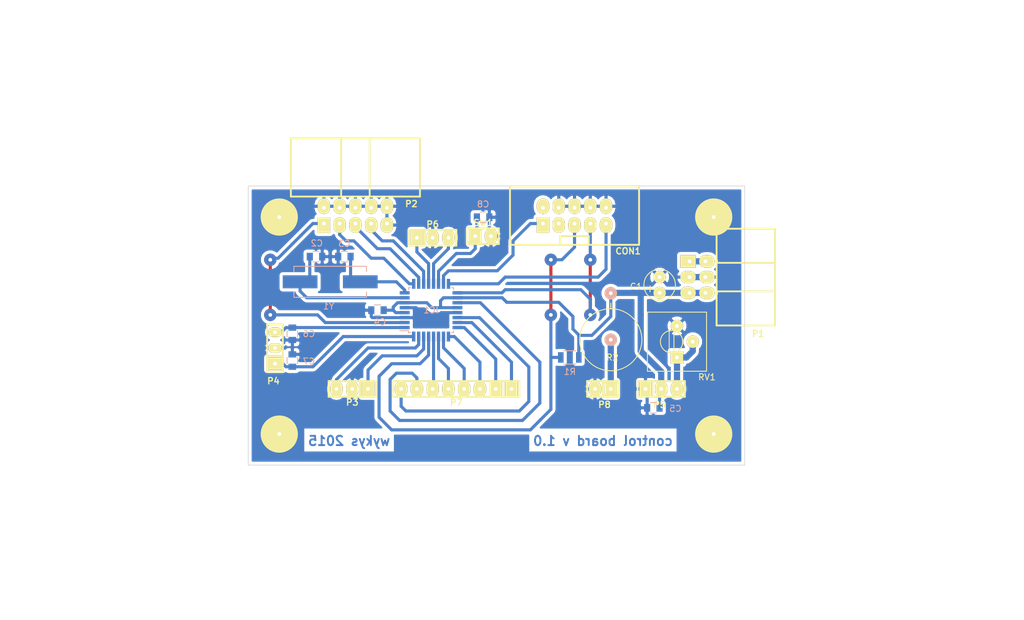
<source format=kicad_pcb>
(kicad_pcb (version 4) (host pcbnew 0.201504101001+5590~22~ubuntu14.04.1-product)

  (general
    (links 79)
    (no_connects 0)
    (area 55 110 220.000001 210.000001)
    (thickness 1.6)
    (drawings 8)
    (tracks 205)
    (zones 0)
    (modules 27)
    (nets 33)
  )

  (page A4)
  (layers
    (0 F.Cu signal)
    (1 In1.Cu signal)
    (2 In2.Cu signal)
    (31 B.Cu signal)
    (32 B.Adhes user)
    (33 F.Adhes user)
    (34 B.Paste user)
    (35 F.Paste user)
    (36 B.SilkS user)
    (37 F.SilkS user)
    (38 B.Mask user)
    (39 F.Mask user)
    (40 Dwgs.User user)
    (41 Cmts.User user)
    (42 Eco1.User user)
    (43 Eco2.User user)
    (44 Edge.Cuts user)
    (45 Margin user)
    (46 B.CrtYd user)
    (47 F.CrtYd user)
    (48 B.Fab user)
    (49 F.Fab user)
  )

  (setup
    (last_trace_width 0.5)
    (user_trace_width 0.5)
    (user_trace_width 0.8)
    (user_trace_width 1)
    (user_trace_width 1.2)
    (user_trace_width 1.5)
    (user_trace_width 1.8)
    (user_trace_width 2)
    (trace_clearance 0.2)
    (zone_clearance 0.5)
    (zone_45_only no)
    (trace_min 0.2)
    (segment_width 0.2)
    (edge_width 0.1)
    (via_size 2)
    (via_drill 0.6)
    (via_min_size 0.4)
    (via_min_drill 0.3)
    (uvia_size 0.3)
    (uvia_drill 0.1)
    (uvias_allowed no)
    (uvia_min_size 0.2)
    (uvia_min_drill 0.1)
    (pcb_text_width 0.3)
    (pcb_text_size 1.5 1.5)
    (mod_edge_width 0.15)
    (mod_text_size 1 1)
    (mod_text_width 0.15)
    (pad_size 2 2.5)
    (pad_drill 0.6)
    (pad_to_mask_clearance 0)
    (aux_axis_origin 0 0)
    (visible_elements FFFEFF7F)
    (pcbplotparams
      (layerselection 0x00030_80000001)
      (usegerberextensions false)
      (excludeedgelayer true)
      (linewidth 0.100000)
      (plotframeref false)
      (viasonmask false)
      (mode 1)
      (useauxorigin false)
      (hpglpennumber 1)
      (hpglpenspeed 20)
      (hpglpendiameter 15)
      (hpglpenoverlay 2)
      (psnegative false)
      (psa4output false)
      (plotreference true)
      (plotvalue true)
      (plotinvisibletext false)
      (padsonsilk false)
      (subtractmaskfromsilk false)
      (outputformat 1)
      (mirror false)
      (drillshape 1)
      (scaleselection 1)
      (outputdirectory out/))
  )

  (net 0 "")
  (net 1 GND)
  (net 2 +5V)
  (net 3 "Net-(C2-Pad1)")
  (net 4 "Net-(C3-Pad1)")
  (net 5 "Net-(C6-Pad2)")
  (net 6 "Net-(C7-Pad2)")
  (net 7 "Net-(C8-Pad2)")
  (net 8 /MISO)
  (net 9 /SCK)
  (net 10 /MOSI)
  (net 11 "Net-(CON1-Pad3)")
  (net 12 "Net-(CON1-Pad5)")
  (net 13 /DDS_FQ_UD)
  (net 14 /DDS_WRITE)
  (net 15 /DDS_LOAD)
  (net 16 /DDS_RESET)
  (net 17 "Net-(IC1-Pad30)")
  (net 18 "Net-(IC1-Pad31)")
  (net 19 +12V)
  (net 20 "Net-(IC1-Pad12)")
  (net 21 "Net-(IC1-Pad19)")
  (net 22 "Net-(IC1-Pad22)")
  (net 23 "Net-(IC1-Pad23)")
  (net 24 "Net-(IC1-Pad24)")
  (net 25 "Net-(IC1-Pad25)")
  (net 26 "Net-(IC1-Pad26)")
  (net 27 "Net-(IC1-Pad27)")
  (net 28 "Net-(IC1-Pad28)")
  (net 29 "Net-(P5-Pad3)")
  (net 30 "Net-(P8-Pad1)")
  (net 31 "Net-(IC1-Pad13)")
  (net 32 "Net-(CON1-Pad2)")

  (net_class Default "Toto je výchozí třída sítě."
    (clearance 0.2)
    (trace_width 0.25)
    (via_dia 2)
    (via_drill 0.6)
    (uvia_dia 0.3)
    (uvia_drill 0.1)
    (add_net +12V)
    (add_net +5V)
    (add_net /DDS_FQ_UD)
    (add_net /DDS_LOAD)
    (add_net /DDS_RESET)
    (add_net /DDS_WRITE)
    (add_net /MISO)
    (add_net /MOSI)
    (add_net /SCK)
    (add_net GND)
    (add_net "Net-(C2-Pad1)")
    (add_net "Net-(C3-Pad1)")
    (add_net "Net-(C6-Pad2)")
    (add_net "Net-(C7-Pad2)")
    (add_net "Net-(C8-Pad2)")
    (add_net "Net-(CON1-Pad2)")
    (add_net "Net-(CON1-Pad3)")
    (add_net "Net-(CON1-Pad5)")
    (add_net "Net-(IC1-Pad12)")
    (add_net "Net-(IC1-Pad13)")
    (add_net "Net-(IC1-Pad19)")
    (add_net "Net-(IC1-Pad22)")
    (add_net "Net-(IC1-Pad23)")
    (add_net "Net-(IC1-Pad24)")
    (add_net "Net-(IC1-Pad25)")
    (add_net "Net-(IC1-Pad26)")
    (add_net "Net-(IC1-Pad27)")
    (add_net "Net-(IC1-Pad28)")
    (add_net "Net-(IC1-Pad30)")
    (add_net "Net-(IC1-Pad31)")
    (add_net "Net-(P5-Pad3)")
    (add_net "Net-(P8-Pad1)")
  )

  (module Capacitors_Elko_ThroughHole:Elko_vert_11x5mm_RM2.5_CopperClear (layer F.Cu) (tedit 552AFFC3) (tstamp 5523E4EB)
    (at 161.29 157.226 90)
    (descr "Electrolytic Capacitor, vertical, diameter 5mm, radial, RM 2,5mm, Copper without +,")
    (tags "Electrolytic Capacitor, vertical, diameter 5mm, radial, RM 2,5mm, Elko, Electrolytkondensator, Kondensator gepolt, Durchmesser 5mm,  Copper without +,")
    (path /55237A42)
    (fp_text reference C1 (at 1.016 -3.81 180) (layer F.SilkS)
      (effects (font (size 1 1) (thickness 0.15)))
    )
    (fp_text value 100u/10V (at 1.27 5.08 90) (layer F.Fab)
      (effects (font (size 1 1) (thickness 0.15)))
    )
    (fp_line (start 0.1524 -1.5494) (end 1.1176 -1.5494) (layer F.SilkS) (width 0.15))
    (fp_line (start 0.6604 -2.032) (end 0.6604 -1.0668) (layer F.SilkS) (width 0.15))
    (fp_circle (center 1.27 0) (end 3.81 0) (layer F.SilkS) (width 0.15))
    (pad 2 thru_hole circle (at 2.54 0 90) (size 2 2) (drill 0.6) (layers *.Cu *.Mask F.SilkS)
      (net 1 GND))
    (pad 1 thru_hole circle (at 0 0 90) (size 2 2) (drill 0.6) (layers *.Cu *.Mask F.SilkS)
      (net 2 +5V))
    (model Capacitors_Elko_ThroughHole.3dshapes/Elko_vert_11x5mm_RM2.5_CopperClear.wrl
      (at (xyz 0 0 0))
      (scale (xyz 1 1 1))
      (rotate (xyz 0 0 0))
    )
  )

  (module Capacitors_SMD:C_0805 (layer B.Cu) (tedit 552B008D) (tstamp 5523E4F1)
    (at 105.918 151.384)
    (descr "Capacitor SMD 0805, reflow soldering, AVX (see smccp.pdf)")
    (tags "capacitor 0805")
    (path /5523A539)
    (attr smd)
    (fp_text reference C2 (at 0.127 -2.159) (layer B.SilkS)
      (effects (font (size 1 1) (thickness 0.15)) (justify mirror))
    )
    (fp_text value 18p (at 0 -2.1) (layer B.Fab)
      (effects (font (size 1 1) (thickness 0.15)) (justify mirror))
    )
    (fp_line (start -1.8 1) (end 1.8 1) (layer B.CrtYd) (width 0.05))
    (fp_line (start -1.8 -1) (end 1.8 -1) (layer B.CrtYd) (width 0.05))
    (fp_line (start -1.8 1) (end -1.8 -1) (layer B.CrtYd) (width 0.05))
    (fp_line (start 1.8 1) (end 1.8 -1) (layer B.CrtYd) (width 0.05))
    (fp_line (start 0.5 0.85) (end -0.5 0.85) (layer B.SilkS) (width 0.15))
    (fp_line (start -0.5 -0.85) (end 0.5 -0.85) (layer B.SilkS) (width 0.15))
    (pad 1 smd rect (at -1 0) (size 1 1.25) (layers B.Cu B.Paste B.Mask)
      (net 3 "Net-(C2-Pad1)"))
    (pad 2 smd rect (at 1 0) (size 1 1.25) (layers B.Cu B.Paste B.Mask)
      (net 1 GND))
    (model Capacitors_SMD.3dshapes/C_0805.wrl
      (at (xyz 0 0 0))
      (scale (xyz 1 1 1))
      (rotate (xyz 0 0 0))
    )
  )

  (module Capacitors_SMD:C_0805 (layer B.Cu) (tedit 5415D6EA) (tstamp 5523E4F7)
    (at 110.49 151.384 180)
    (descr "Capacitor SMD 0805, reflow soldering, AVX (see smccp.pdf)")
    (tags "capacitor 0805")
    (path /5523A4F8)
    (attr smd)
    (fp_text reference C3 (at 0 2.1 180) (layer B.SilkS)
      (effects (font (size 1 1) (thickness 0.15)) (justify mirror))
    )
    (fp_text value 18p (at 0 -2.1 180) (layer B.Fab)
      (effects (font (size 1 1) (thickness 0.15)) (justify mirror))
    )
    (fp_line (start -1.8 1) (end 1.8 1) (layer B.CrtYd) (width 0.05))
    (fp_line (start -1.8 -1) (end 1.8 -1) (layer B.CrtYd) (width 0.05))
    (fp_line (start -1.8 1) (end -1.8 -1) (layer B.CrtYd) (width 0.05))
    (fp_line (start 1.8 1) (end 1.8 -1) (layer B.CrtYd) (width 0.05))
    (fp_line (start 0.5 0.85) (end -0.5 0.85) (layer B.SilkS) (width 0.15))
    (fp_line (start -0.5 -0.85) (end 0.5 -0.85) (layer B.SilkS) (width 0.15))
    (pad 1 smd rect (at -1 0 180) (size 1 1.25) (layers B.Cu B.Paste B.Mask)
      (net 4 "Net-(C3-Pad1)"))
    (pad 2 smd rect (at 1 0 180) (size 1 1.25) (layers B.Cu B.Paste B.Mask)
      (net 1 GND))
    (model Capacitors_SMD.3dshapes/C_0805.wrl
      (at (xyz 0 0 0))
      (scale (xyz 1 1 1))
      (rotate (xyz 0 0 0))
    )
  )

  (module Capacitors_SMD:C_0805 (layer B.Cu) (tedit 552B0085) (tstamp 5523E4FD)
    (at 115.824 160.02 180)
    (descr "Capacitor SMD 0805, reflow soldering, AVX (see smccp.pdf)")
    (tags "capacitor 0805")
    (path /552431EC)
    (attr smd)
    (fp_text reference C4 (at -0.381 -1.905 180) (layer B.SilkS)
      (effects (font (size 1 1) (thickness 0.15)) (justify mirror))
    )
    (fp_text value 100n (at 0 -2.1 180) (layer B.Fab)
      (effects (font (size 1 1) (thickness 0.15)) (justify mirror))
    )
    (fp_line (start -1.8 1) (end 1.8 1) (layer B.CrtYd) (width 0.05))
    (fp_line (start -1.8 -1) (end 1.8 -1) (layer B.CrtYd) (width 0.05))
    (fp_line (start -1.8 1) (end -1.8 -1) (layer B.CrtYd) (width 0.05))
    (fp_line (start 1.8 1) (end 1.8 -1) (layer B.CrtYd) (width 0.05))
    (fp_line (start 0.5 0.85) (end -0.5 0.85) (layer B.SilkS) (width 0.15))
    (fp_line (start -0.5 -0.85) (end 0.5 -0.85) (layer B.SilkS) (width 0.15))
    (pad 1 smd rect (at -1 0 180) (size 1 1.25) (layers B.Cu B.Paste B.Mask)
      (net 2 +5V))
    (pad 2 smd rect (at 1 0 180) (size 1 1.25) (layers B.Cu B.Paste B.Mask)
      (net 1 GND))
    (model Capacitors_SMD.3dshapes/C_0805.wrl
      (at (xyz 0 0 0))
      (scale (xyz 1 1 1))
      (rotate (xyz 0 0 0))
    )
  )

  (module Capacitors_SMD:C_0805 (layer B.Cu) (tedit 552B00BD) (tstamp 5523E503)
    (at 160.274 175.768 180)
    (descr "Capacitor SMD 0805, reflow soldering, AVX (see smccp.pdf)")
    (tags "capacitor 0805")
    (path /552435E1)
    (attr smd)
    (fp_text reference C5 (at -3.556 -0.127 180) (layer B.SilkS)
      (effects (font (size 1 1) (thickness 0.15)) (justify mirror))
    )
    (fp_text value 100n (at 0 -2.1 180) (layer B.Fab)
      (effects (font (size 1 1) (thickness 0.15)) (justify mirror))
    )
    (fp_line (start -1.8 1) (end 1.8 1) (layer B.CrtYd) (width 0.05))
    (fp_line (start -1.8 -1) (end 1.8 -1) (layer B.CrtYd) (width 0.05))
    (fp_line (start -1.8 1) (end -1.8 -1) (layer B.CrtYd) (width 0.05))
    (fp_line (start 1.8 1) (end 1.8 -1) (layer B.CrtYd) (width 0.05))
    (fp_line (start 0.5 0.85) (end -0.5 0.85) (layer B.SilkS) (width 0.15))
    (fp_line (start -0.5 -0.85) (end 0.5 -0.85) (layer B.SilkS) (width 0.15))
    (pad 1 smd rect (at -1 0 180) (size 1 1.25) (layers B.Cu B.Paste B.Mask)
      (net 2 +5V))
    (pad 2 smd rect (at 1 0 180) (size 1 1.25) (layers B.Cu B.Paste B.Mask)
      (net 1 GND))
    (model Capacitors_SMD.3dshapes/C_0805.wrl
      (at (xyz 0 0 0))
      (scale (xyz 1 1 1))
      (rotate (xyz 0 0 0))
    )
  )

  (module Capacitors_SMD:C_0805 (layer B.Cu) (tedit 552B0074) (tstamp 5523E509)
    (at 102.108 163.83 90)
    (descr "Capacitor SMD 0805, reflow soldering, AVX (see smccp.pdf)")
    (tags "capacitor 0805")
    (path /5523FFFB)
    (attr smd)
    (fp_text reference C6 (at 0 2.667 180) (layer B.SilkS)
      (effects (font (size 1 1) (thickness 0.15)) (justify mirror))
    )
    (fp_text value 10n (at 0 -2.1 90) (layer B.Fab)
      (effects (font (size 1 1) (thickness 0.15)) (justify mirror))
    )
    (fp_line (start -1.8 1) (end 1.8 1) (layer B.CrtYd) (width 0.05))
    (fp_line (start -1.8 -1) (end 1.8 -1) (layer B.CrtYd) (width 0.05))
    (fp_line (start -1.8 1) (end -1.8 -1) (layer B.CrtYd) (width 0.05))
    (fp_line (start 1.8 1) (end 1.8 -1) (layer B.CrtYd) (width 0.05))
    (fp_line (start 0.5 0.85) (end -0.5 0.85) (layer B.SilkS) (width 0.15))
    (fp_line (start -0.5 -0.85) (end 0.5 -0.85) (layer B.SilkS) (width 0.15))
    (pad 1 smd rect (at -1 0 90) (size 1 1.25) (layers B.Cu B.Paste B.Mask)
      (net 1 GND))
    (pad 2 smd rect (at 1 0 90) (size 1 1.25) (layers B.Cu B.Paste B.Mask)
      (net 5 "Net-(C6-Pad2)"))
    (model Capacitors_SMD.3dshapes/C_0805.wrl
      (at (xyz 0 0 0))
      (scale (xyz 1 1 1))
      (rotate (xyz 0 0 0))
    )
  )

  (module Capacitors_SMD:C_0805 (layer B.Cu) (tedit 552B007B) (tstamp 5523E50F)
    (at 102.108 168.148 270)
    (descr "Capacitor SMD 0805, reflow soldering, AVX (see smccp.pdf)")
    (tags "capacitor 0805")
    (path /552400C9)
    (attr smd)
    (fp_text reference C7 (at 0.127 -2.667 360) (layer B.SilkS)
      (effects (font (size 1 1) (thickness 0.15)) (justify mirror))
    )
    (fp_text value 10n (at 0 -2.1 270) (layer B.Fab)
      (effects (font (size 1 1) (thickness 0.15)) (justify mirror))
    )
    (fp_line (start -1.8 1) (end 1.8 1) (layer B.CrtYd) (width 0.05))
    (fp_line (start -1.8 -1) (end 1.8 -1) (layer B.CrtYd) (width 0.05))
    (fp_line (start -1.8 1) (end -1.8 -1) (layer B.CrtYd) (width 0.05))
    (fp_line (start 1.8 1) (end 1.8 -1) (layer B.CrtYd) (width 0.05))
    (fp_line (start 0.5 0.85) (end -0.5 0.85) (layer B.SilkS) (width 0.15))
    (fp_line (start -0.5 -0.85) (end 0.5 -0.85) (layer B.SilkS) (width 0.15))
    (pad 1 smd rect (at -1 0 270) (size 1 1.25) (layers B.Cu B.Paste B.Mask)
      (net 1 GND))
    (pad 2 smd rect (at 1 0 270) (size 1 1.25) (layers B.Cu B.Paste B.Mask)
      (net 6 "Net-(C7-Pad2)"))
    (model Capacitors_SMD.3dshapes/C_0805.wrl
      (at (xyz 0 0 0))
      (scale (xyz 1 1 1))
      (rotate (xyz 0 0 0))
    )
  )

  (module Capacitors_SMD:C_0805 (layer B.Cu) (tedit 5415D6EA) (tstamp 5523E515)
    (at 132.842 145.034 180)
    (descr "Capacitor SMD 0805, reflow soldering, AVX (see smccp.pdf)")
    (tags "capacitor 0805")
    (path /55241CC0)
    (attr smd)
    (fp_text reference C8 (at 0 2.1 180) (layer B.SilkS)
      (effects (font (size 1 1) (thickness 0.15)) (justify mirror))
    )
    (fp_text value 10n (at 0 -2.1 180) (layer B.Fab)
      (effects (font (size 1 1) (thickness 0.15)) (justify mirror))
    )
    (fp_line (start -1.8 1) (end 1.8 1) (layer B.CrtYd) (width 0.05))
    (fp_line (start -1.8 -1) (end 1.8 -1) (layer B.CrtYd) (width 0.05))
    (fp_line (start -1.8 1) (end -1.8 -1) (layer B.CrtYd) (width 0.05))
    (fp_line (start 1.8 1) (end 1.8 -1) (layer B.CrtYd) (width 0.05))
    (fp_line (start 0.5 0.85) (end -0.5 0.85) (layer B.SilkS) (width 0.15))
    (fp_line (start -0.5 -0.85) (end 0.5 -0.85) (layer B.SilkS) (width 0.15))
    (pad 1 smd rect (at -1 0 180) (size 1 1.25) (layers B.Cu B.Paste B.Mask)
      (net 1 GND))
    (pad 2 smd rect (at 1 0 180) (size 1 1.25) (layers B.Cu B.Paste B.Mask)
      (net 7 "Net-(C8-Pad2)"))
    (model Capacitors_SMD.3dshapes/C_0805.wrl
      (at (xyz 0 0 0))
      (scale (xyz 1 1 1))
      (rotate (xyz 0 0 0))
    )
  )

  (module w_conn_strip:vasch_strip_5x2 (layer F.Cu) (tedit 552B003F) (tstamp 5523E523)
    (at 147.574 144.78)
    (descr "Box header 5x2pin 2.54mm")
    (tags "CONN DEV")
    (path /552425F8)
    (fp_text reference CON1 (at 8.636 5.715) (layer F.SilkS)
      (effects (font (size 1 1) (thickness 0.2032)))
    )
    (fp_text value ISP-10 (at 0 5.7) (layer F.SilkS) hide
      (effects (font (size 1 1) (thickness 0.2032)))
    )
    (fp_line (start -10.4 4.7) (end 10.4 4.7) (layer F.SilkS) (width 0.3048))
    (fp_line (start 10.4 -4.7) (end -10.4 -4.7) (layer F.SilkS) (width 0.3048))
    (fp_line (start -10.4 -4.7) (end -10.4 4.7) (layer F.SilkS) (width 0.3048))
    (fp_line (start 10.4 -4.7) (end 10.4 4.7) (layer F.SilkS) (width 0.3048))
    (fp_line (start 2.3 4.7) (end 2.3 3.3) (layer F.SilkS) (width 0.29972))
    (fp_line (start 2.3 3.3) (end -2.3 3.3) (layer F.SilkS) (width 0.29972))
    (fp_line (start -2.3 3.3) (end -2.3 4.7) (layer F.SilkS) (width 0.29972))
    (pad 9 thru_hole oval (at 5.08 1.27) (size 2 2.5) (drill 0.6 (offset 0 0.25)) (layers *.Cu *.Mask F.SilkS)
      (net 8 /MISO))
    (pad 10 thru_hole oval (at 5.08 -1.27) (size 2 2.5) (drill 0.6 (offset 0 -0.25)) (layers *.Cu *.Mask F.SilkS)
      (net 1 GND))
    (pad 8 thru_hole oval (at 2.54 -1.27) (size 2 2.5) (drill 0.6 (offset 0 -0.25)) (layers *.Cu *.Mask F.SilkS)
      (net 1 GND))
    (pad 7 thru_hole oval (at 2.54 1.27) (size 2 2.5) (drill 0.6 (offset 0 0.25)) (layers *.Cu *.Mask F.SilkS)
      (net 9 /SCK))
    (pad 1 thru_hole rect (at -5.08 1.27) (size 2 2.5) (drill 0.6 (offset 0 0.25)) (layers *.Cu *.Mask F.SilkS)
      (net 10 /MOSI))
    (pad 2 thru_hole oval (at -5.08 -1.27) (size 2 2.5) (drill 0.6 (offset 0 -0.25)) (layers *.Cu *.Mask F.SilkS)
      (net 32 "Net-(CON1-Pad2)"))
    (pad 3 thru_hole oval (at -2.54 1.27) (size 2 2.5) (drill 0.6 (offset 0 0.25)) (layers *.Cu *.Mask F.SilkS)
      (net 11 "Net-(CON1-Pad3)"))
    (pad 4 thru_hole oval (at -2.54 -1.27) (size 2 2.5) (drill 0.6 (offset 0 -0.25)) (layers *.Cu *.Mask F.SilkS)
      (net 1 GND))
    (pad 5 thru_hole oval (at 0 1.27) (size 2 2.5) (drill 0.6 (offset 0 0.25)) (layers *.Cu *.Mask F.SilkS)
      (net 12 "Net-(CON1-Pad5)"))
    (pad 6 thru_hole oval (at 0 -1.27) (size 2 2.5) (drill 0.6 (offset 0 -0.25)) (layers *.Cu *.Mask F.SilkS)
      (net 1 GND))
    (model walter/conn_strip/vasch_strip_5x2.wrl
      (at (xyz 0 0 0))
      (scale (xyz 1 1 1))
      (rotate (xyz 0 0 0))
    )
  )

  (module Housings_QFP:TQFP-32_7x7mm_Pitch0.8mm (layer B.Cu) (tedit 552B006F) (tstamp 5523E55F)
    (at 124.46 160.02)
    (descr "32-Lead Plastic Thin Quad Flatpack (PT) - 7x7x1.0 mm Body, 2.00 mm [TQFP] (see Microchip Packaging Specification 00000049BS.pdf)")
    (tags "QFP 0.8")
    (path /55230E09)
    (attr smd)
    (fp_text reference IC1 (at 0 0) (layer B.SilkS)
      (effects (font (size 1 1) (thickness 0.15)) (justify mirror))
    )
    (fp_text value ATMEGA8-AI (at 0 -6.05) (layer B.Fab)
      (effects (font (size 1 1) (thickness 0.15)) (justify mirror))
    )
    (fp_line (start -5.3 5.3) (end -5.3 -5.3) (layer B.CrtYd) (width 0.05))
    (fp_line (start 5.3 5.3) (end 5.3 -5.3) (layer B.CrtYd) (width 0.05))
    (fp_line (start -5.3 5.3) (end 5.3 5.3) (layer B.CrtYd) (width 0.05))
    (fp_line (start -5.3 -5.3) (end 5.3 -5.3) (layer B.CrtYd) (width 0.05))
    (fp_line (start -3.625 3.625) (end -3.625 3.3) (layer B.SilkS) (width 0.15))
    (fp_line (start 3.625 3.625) (end 3.625 3.3) (layer B.SilkS) (width 0.15))
    (fp_line (start 3.625 -3.625) (end 3.625 -3.3) (layer B.SilkS) (width 0.15))
    (fp_line (start -3.625 -3.625) (end -3.625 -3.3) (layer B.SilkS) (width 0.15))
    (fp_line (start -3.625 3.625) (end -3.3 3.625) (layer B.SilkS) (width 0.15))
    (fp_line (start -3.625 -3.625) (end -3.3 -3.625) (layer B.SilkS) (width 0.15))
    (fp_line (start 3.625 -3.625) (end 3.3 -3.625) (layer B.SilkS) (width 0.15))
    (fp_line (start 3.625 3.625) (end 3.3 3.625) (layer B.SilkS) (width 0.15))
    (fp_line (start -3.625 3.3) (end -5.05 3.3) (layer B.SilkS) (width 0.15))
    (pad 1 smd rect (at -4.25 2.8) (size 1.6 0.55) (layers B.Cu B.Paste B.Mask)
      (net 5 "Net-(C6-Pad2)"))
    (pad 2 smd rect (at -4.25 2) (size 1.6 0.55) (layers B.Cu B.Paste B.Mask)
      (net 16 /DDS_RESET))
    (pad 3 smd rect (at -4.25 1.2) (size 1.6 0.55) (layers B.Cu B.Paste B.Mask)
      (net 1 GND))
    (pad 4 smd rect (at -4.25 0.4) (size 1.6 0.55) (layers B.Cu B.Paste B.Mask)
      (net 2 +5V))
    (pad 5 smd rect (at -4.25 -0.4) (size 1.6 0.55) (layers B.Cu B.Paste B.Mask)
      (net 1 GND))
    (pad 6 smd rect (at -4.25 -1.2) (size 1.6 0.55) (layers B.Cu B.Paste B.Mask)
      (net 2 +5V))
    (pad 7 smd rect (at -4.25 -2) (size 1.6 0.55) (layers B.Cu B.Paste B.Mask)
      (net 3 "Net-(C2-Pad1)"))
    (pad 8 smd rect (at -4.25 -2.8) (size 1.6 0.55) (layers B.Cu B.Paste B.Mask)
      (net 4 "Net-(C3-Pad1)"))
    (pad 9 smd rect (at -2.8 -4.25 270) (size 1.6 0.55) (layers B.Cu B.Paste B.Mask)
      (net 15 /DDS_LOAD))
    (pad 10 smd rect (at -2 -4.25 270) (size 1.6 0.55) (layers B.Cu B.Paste B.Mask)
      (net 14 /DDS_WRITE))
    (pad 11 smd rect (at -1.2 -4.25 270) (size 1.6 0.55) (layers B.Cu B.Paste B.Mask)
      (net 13 /DDS_FQ_UD))
    (pad 12 smd rect (at -0.4 -4.25 270) (size 1.6 0.55) (layers B.Cu B.Paste B.Mask)
      (net 20 "Net-(IC1-Pad12)"))
    (pad 13 smd rect (at 0.4 -4.25 270) (size 1.6 0.55) (layers B.Cu B.Paste B.Mask)
      (net 31 "Net-(IC1-Pad13)"))
    (pad 14 smd rect (at 1.2 -4.25 270) (size 1.6 0.55) (layers B.Cu B.Paste B.Mask)
      (net 7 "Net-(C8-Pad2)"))
    (pad 15 smd rect (at 2 -4.25 270) (size 1.6 0.55) (layers B.Cu B.Paste B.Mask)
      (net 10 /MOSI))
    (pad 16 smd rect (at 2.8 -4.25 270) (size 1.6 0.55) (layers B.Cu B.Paste B.Mask)
      (net 8 /MISO))
    (pad 17 smd rect (at 4.25 -2.8) (size 1.6 0.55) (layers B.Cu B.Paste B.Mask)
      (net 9 /SCK))
    (pad 18 smd rect (at 4.25 -2) (size 1.6 0.55) (layers B.Cu B.Paste B.Mask)
      (net 2 +5V))
    (pad 19 smd rect (at 4.25 -1.2) (size 1.6 0.55) (layers B.Cu B.Paste B.Mask)
      (net 21 "Net-(IC1-Pad19)"))
    (pad 20 smd rect (at 4.25 -0.4) (size 1.6 0.55) (layers B.Cu B.Paste B.Mask)
      (net 2 +5V))
    (pad 21 smd rect (at 4.25 0.4) (size 1.6 0.55) (layers B.Cu B.Paste B.Mask)
      (net 1 GND))
    (pad 22 smd rect (at 4.25 1.2) (size 1.6 0.55) (layers B.Cu B.Paste B.Mask)
      (net 22 "Net-(IC1-Pad22)"))
    (pad 23 smd rect (at 4.25 2) (size 1.6 0.55) (layers B.Cu B.Paste B.Mask)
      (net 23 "Net-(IC1-Pad23)"))
    (pad 24 smd rect (at 4.25 2.8) (size 1.6 0.55) (layers B.Cu B.Paste B.Mask)
      (net 24 "Net-(IC1-Pad24)"))
    (pad 25 smd rect (at 2.8 4.25 270) (size 1.6 0.55) (layers B.Cu B.Paste B.Mask)
      (net 25 "Net-(IC1-Pad25)"))
    (pad 26 smd rect (at 2 4.25 270) (size 1.6 0.55) (layers B.Cu B.Paste B.Mask)
      (net 26 "Net-(IC1-Pad26)"))
    (pad 27 smd rect (at 1.2 4.25 270) (size 1.6 0.55) (layers B.Cu B.Paste B.Mask)
      (net 27 "Net-(IC1-Pad27)"))
    (pad 28 smd rect (at 0.4 4.25 270) (size 1.6 0.55) (layers B.Cu B.Paste B.Mask)
      (net 28 "Net-(IC1-Pad28)"))
    (pad 29 smd rect (at -0.4 4.25 270) (size 1.6 0.55) (layers B.Cu B.Paste B.Mask)
      (net 12 "Net-(CON1-Pad5)"))
    (pad 30 smd rect (at -1.2 4.25 270) (size 1.6 0.55) (layers B.Cu B.Paste B.Mask)
      (net 17 "Net-(IC1-Pad30)"))
    (pad 31 smd rect (at -2 4.25 270) (size 1.6 0.55) (layers B.Cu B.Paste B.Mask)
      (net 18 "Net-(IC1-Pad31)"))
    (pad 32 smd rect (at -2.8 4.25 270) (size 1.6 0.55) (layers B.Cu B.Paste B.Mask)
      (net 6 "Net-(C7-Pad2)"))
    (model Housings_QFP.3dshapes/TQFP-32_7x7mm_Pitch0.8mm.wrl
      (at (xyz 0 0 0))
      (scale (xyz 1 1 1))
      (rotate (xyz 0 0 0))
    )
  )

  (module SDRlib:vasch_strip_3x2_90 (layer F.Cu) (tedit 552AFF92) (tstamp 5523E569)
    (at 172.466 154.686 270)
    (descr "Box header 3x2pin 90° 2.54mm")
    (tags "CONN DEV")
    (path /55237769)
    (fp_text reference P1 (at 9.144 -4.699 360) (layer F.SilkS)
      (effects (font (size 1 1) (thickness 0.2032)))
    )
    (fp_text value MLW6 (at 0 9 270) (layer F.SilkS) hide
      (effects (font (size 1 1) (thickness 0.2032)))
    )
    (fp_line (start -7.8 2) (end 7.8 2) (layer F.SilkS) (width 0.3048))
    (fp_line (start 7.8 -7.4) (end -7.8 -7.4) (layer F.SilkS) (width 0.3048))
    (fp_line (start -7.8 -7.4) (end -7.8 2) (layer F.SilkS) (width 0.3048))
    (fp_line (start 7.8 -7.4) (end 7.8 2) (layer F.SilkS) (width 0.3048))
    (fp_line (start 2.3 -7.4) (end 2.3 2) (layer F.SilkS) (width 0.29972))
    (fp_line (start -2.3 -7.4) (end -2.3 2) (layer F.SilkS) (width 0.29972))
    (pad 1 thru_hole rect (at -2.54 6.35 270) (size 2 2.5) (drill 0.6 (offset 0 0.25)) (layers *.Cu *.Mask F.SilkS)
      (net 19 +12V))
    (pad 2 thru_hole oval (at -2.54 3.81 270) (size 2 2.5) (drill 0.6 (offset 0 -0.25)) (layers *.Cu *.Mask F.SilkS)
      (net 19 +12V))
    (pad 3 thru_hole oval (at 0 6.35 270) (size 2 2.5) (drill 0.6 (offset 0 0.25)) (layers *.Cu *.Mask F.SilkS)
      (net 1 GND))
    (pad 4 thru_hole oval (at 0 3.81 270) (size 2 2.5) (drill 0.6 (offset 0 -0.25)) (layers *.Cu *.Mask F.SilkS)
      (net 1 GND))
    (pad 5 thru_hole oval (at 2.54 6.35 270) (size 2 2.5) (drill 0.6 (offset 0 0.25)) (layers *.Cu *.Mask F.SilkS)
      (net 2 +5V))
    (pad 6 thru_hole oval (at 2.54 3.81 270) (size 2 2.5) (drill 0.6 (offset 0 -0.25)) (layers *.Cu *.Mask F.SilkS)
      (net 2 +5V))
    (model walter/conn_strip/vasch_strip_3x2_90.wrl
      (at (xyz 0 0 0))
      (scale (xyz 1 1 1))
      (rotate (xyz 0 0 0))
    )
    (model ../../../../../home/wykys/Projects/Kicad_lib/walter/conn_strip/vasch_strip_3x2_90.wrl
      (at (xyz 0 0 0))
      (scale (xyz 1 1 1))
      (rotate (xyz 0 0 0))
    )
  )

  (module SDRlib:vasch_strip_5x2_90 (layer F.Cu) (tedit 552B0043) (tstamp 5523E577)
    (at 112.268 139.7)
    (descr "Box header 5x2pin 90° 2.54mm")
    (tags "CONN DEV")
    (path /55238330)
    (fp_text reference P2 (at 9.017 3.175) (layer F.SilkS)
      (effects (font (size 1 1) (thickness 0.2032)))
    )
    (fp_text value MLW10 (at 0 9) (layer F.SilkS) hide
      (effects (font (size 1 1) (thickness 0.2032)))
    )
    (fp_line (start -10.4 2) (end 10.4 2) (layer F.SilkS) (width 0.3048))
    (fp_line (start 10.4 -7.4) (end -10.4 -7.4) (layer F.SilkS) (width 0.3048))
    (fp_line (start -10.4 -7.4) (end -10.4 2) (layer F.SilkS) (width 0.3048))
    (fp_line (start 10.4 -7.4) (end 10.4 2) (layer F.SilkS) (width 0.3048))
    (fp_line (start 2.3 -7.4) (end 2.3 2) (layer F.SilkS) (width 0.29972))
    (fp_line (start -2.3 -7.4) (end -2.3 2) (layer F.SilkS) (width 0.29972))
    (pad 9 thru_hole oval (at 5.08 6.35) (size 2 2.5) (drill 0.6 (offset 0 0.25)) (layers *.Cu *.Mask F.SilkS)
      (net 1 GND))
    (pad 10 thru_hole oval (at 5.08 3.81) (size 2 2.5) (drill 0.6 (offset 0 -0.25)) (layers *.Cu *.Mask F.SilkS)
      (net 1 GND))
    (pad 8 thru_hole oval (at 2.54 3.81) (size 2 2.5) (drill 0.6 (offset 0 -0.25)) (layers *.Cu *.Mask F.SilkS)
      (net 1 GND))
    (pad 7 thru_hole oval (at 2.54 6.35) (size 2 2.5) (drill 0.6 (offset 0 0.25)) (layers *.Cu *.Mask F.SilkS)
      (net 13 /DDS_FQ_UD))
    (pad 1 thru_hole rect (at -5.08 6.35) (size 2 2.5) (drill 0.6 (offset 0 0.25)) (layers *.Cu *.Mask F.SilkS)
      (net 16 /DDS_RESET))
    (pad 2 thru_hole oval (at -5.08 3.81) (size 2 2.5) (drill 0.6 (offset 0 -0.25)) (layers *.Cu *.Mask F.SilkS)
      (net 1 GND))
    (pad 3 thru_hole oval (at -2.54 6.35) (size 2 2.5) (drill 0.6 (offset 0 0.25)) (layers *.Cu *.Mask F.SilkS)
      (net 15 /DDS_LOAD))
    (pad 4 thru_hole oval (at -2.54 3.81) (size 2 2.5) (drill 0.6 (offset 0 -0.25)) (layers *.Cu *.Mask F.SilkS)
      (net 1 GND))
    (pad 5 thru_hole oval (at 0 6.35) (size 2 2.5) (drill 0.6 (offset 0 0.25)) (layers *.Cu *.Mask F.SilkS)
      (net 14 /DDS_WRITE))
    (pad 6 thru_hole oval (at 0 3.81) (size 2 2.5) (drill 0.6 (offset 0 -0.25)) (layers *.Cu *.Mask F.SilkS)
      (net 1 GND))
    (model walter/conn_strip/vasch_strip_5x2_90.wrl
      (at (xyz 0 0 0))
      (scale (xyz 1 1 1))
      (rotate (xyz 0 0 0))
    )
    (model ../../../../../home/wykys/Projects/Kicad_lib/walter/conn_strip/vasch_strip_5x2_90.wrl
      (at (xyz 0 0 0))
      (scale (xyz 1 1 1))
      (rotate (xyz 0 0 0))
    )
  )

  (module Resistors_SMD:R_1206 (layer B.Cu) (tedit 5415CFA7) (tstamp 5523E58B)
    (at 146.812 167.64)
    (descr "Resistor SMD 1206, reflow soldering, Vishay (see dcrcw.pdf)")
    (tags "resistor 1206")
    (path /5523A088)
    (attr smd)
    (fp_text reference R1 (at 0 2.3) (layer B.SilkS)
      (effects (font (size 1 1) (thickness 0.15)) (justify mirror))
    )
    (fp_text value 10k (at 0 -2.3) (layer B.Fab)
      (effects (font (size 1 1) (thickness 0.15)) (justify mirror))
    )
    (fp_line (start -2.2 1.2) (end 2.2 1.2) (layer B.CrtYd) (width 0.05))
    (fp_line (start -2.2 -1.2) (end 2.2 -1.2) (layer B.CrtYd) (width 0.05))
    (fp_line (start -2.2 1.2) (end -2.2 -1.2) (layer B.CrtYd) (width 0.05))
    (fp_line (start 2.2 1.2) (end 2.2 -1.2) (layer B.CrtYd) (width 0.05))
    (fp_line (start 1 -1.075) (end -1 -1.075) (layer B.SilkS) (width 0.15))
    (fp_line (start -1 1.075) (end 1 1.075) (layer B.SilkS) (width 0.15))
    (pad 1 smd rect (at -1.45 0) (size 0.9 1.7) (layers B.Cu B.Paste B.Mask)
      (net 12 "Net-(CON1-Pad5)"))
    (pad 2 smd rect (at 1.45 0) (size 0.9 1.7) (layers B.Cu B.Paste B.Mask)
      (net 2 +5V))
    (model Resistors_SMD.3dshapes/R_1206.wrl
      (at (xyz 0 0 0))
      (scale (xyz 1 1 1))
      (rotate (xyz 0 0 0))
    )
  )

  (module Potentiometers:Potentiometer_Trimmer-Suntan-TSR-3386P (layer F.Cu) (tedit 552B001D) (tstamp 5523E598)
    (at 164.084 167.64 90)
    (path /5523E91F)
    (fp_text reference RV1 (at -3.175 4.826 180) (layer F.SilkS)
      (effects (font (size 1 1) (thickness 0.15)))
    )
    (fp_text value 10k (at 2.54 6.096 90) (layer F.Fab)
      (effects (font (size 1 1) (thickness 0.15)))
    )
    (fp_line (start 0.84 -1.255) (end 4.24 -1.255) (layer F.SilkS) (width 0.15))
    (fp_line (start 0.84 -0.495) (end 4.24 -0.495) (layer F.SilkS) (width 0.15))
    (fp_line (start -2.225 -4.765) (end 7.305 -4.765) (layer F.SilkS) (width 0.15))
    (fp_line (start 7.305 -4.765) (end 7.305 4.765) (layer F.SilkS) (width 0.15))
    (fp_line (start 7.305 4.765) (end -2.225 4.765) (layer F.SilkS) (width 0.15))
    (fp_line (start -2.225 4.765) (end -2.225 -4.765) (layer F.SilkS) (width 0.15))
    (fp_circle (center 2.54 -0.875) (end 4.115 0) (layer F.SilkS) (width 0.15))
    (pad 3 thru_hole circle (at 5.08 0 90) (size 2 2) (drill 0.6) (layers *.Cu *.Mask F.SilkS)
      (net 1 GND))
    (pad 1 thru_hole rect (at 0 0 90) (size 2 2) (drill 0.6) (layers *.Cu *.Mask F.SilkS)
      (net 29 "Net-(P5-Pad3)"))
    (pad 2 thru_hole circle (at 2.54 2.54 90) (size 2 2) (drill 0.6) (layers *.Cu *.Mask F.SilkS)
      (net 29 "Net-(P5-Pad3)"))
  )

  (module Crystals:Crystal_HC49-SD_SMD (layer B.Cu) (tedit 552B00B0) (tstamp 5523E5A4)
    (at 108.204 155.448)
    (descr "Crystal, Quarz, HC49-SD, SMD,")
    (tags "Crystal, Quarz, HC49-SD, SMD,")
    (path /5523A496)
    (attr smd)
    (fp_text reference Y1 (at -0.254 3.937) (layer B.SilkS)
      (effects (font (size 1 1) (thickness 0.15)) (justify mirror))
    )
    (fp_text value 11.592MHz (at 2.54 -5.08) (layer B.Fab)
      (effects (font (size 1 1) (thickness 0.15)) (justify mirror))
    )
    (fp_circle (center 0 0) (end 0.8509 0) (layer B.Adhes) (width 0.381))
    (fp_circle (center 0 0) (end 0.50038 0) (layer B.Adhes) (width 0.381))
    (fp_circle (center 0 0) (end 0.14986 -0.0508) (layer B.Adhes) (width 0.381))
    (fp_line (start -5.84962 -2.49936) (end 5.84962 -2.49936) (layer B.SilkS) (width 0.15))
    (fp_line (start 5.84962 2.49936) (end -5.84962 2.49936) (layer B.SilkS) (width 0.15))
    (fp_line (start 5.84962 -2.49936) (end 5.84962 -1.651) (layer B.SilkS) (width 0.15))
    (fp_line (start 5.84962 2.49936) (end 5.84962 1.651) (layer B.SilkS) (width 0.15))
    (fp_line (start -5.84962 -2.49936) (end -5.84962 -1.651) (layer B.SilkS) (width 0.15))
    (fp_line (start -5.84962 2.49936) (end -5.84962 1.651) (layer B.SilkS) (width 0.15))
    (pad 1 smd rect (at -4.84886 0) (size 5.6007 2.10058) (layers B.Cu B.Paste B.Mask)
      (net 3 "Net-(C2-Pad1)"))
    (pad 2 smd rect (at 4.84886 0) (size 5.6007 2.10058) (layers B.Cu B.Paste B.Mask)
      (net 4 "Net-(C3-Pad1)"))
  )

  (module w_pin_strip:pin_socket_3 (layer F.Cu) (tedit 552AFFE8) (tstamp 55240211)
    (at 161.544 172.72)
    (descr "Pin socket 3pin")
    (tags "CONN DEV")
    (path /5524809D)
    (fp_text reference P5 (at -0.254 2.54) (layer F.SilkS)
      (effects (font (size 1.016 1.016) (thickness 0.2032)))
    )
    (fp_text value napajeni (at 0.254 -3.556) (layer F.SilkS) hide
      (effects (font (size 1.016 0.889) (thickness 0.2032)))
    )
    (fp_line (start -1.27 1.27) (end -1.27 -1.27) (layer F.SilkS) (width 0.3048))
    (fp_line (start -3.81 -1.27) (end 3.81 -1.27) (layer F.SilkS) (width 0.3048))
    (fp_line (start 3.81 -1.27) (end 3.81 1.27) (layer F.SilkS) (width 0.3048))
    (fp_line (start 3.81 1.27) (end -3.81 1.27) (layer F.SilkS) (width 0.3048))
    (fp_line (start -3.81 1.27) (end -3.81 -1.27) (layer F.SilkS) (width 0.3048))
    (pad 1 thru_hole rect (at -2.54 0) (size 2 2.5) (drill 0.6) (layers *.Cu *.Mask F.SilkS)
      (net 1 GND))
    (pad 2 thru_hole oval (at 0 0) (size 2 2.5) (drill 0.6) (layers *.Cu *.Mask F.SilkS)
      (net 2 +5V))
    (pad 3 thru_hole oval (at 2.54 0) (size 2 2.5) (drill 0.6) (layers *.Cu *.Mask F.SilkS)
      (net 29 "Net-(P5-Pad3)"))
    (model walter/pin_strip/pin_socket_3.wrl
      (at (xyz 0 0 0))
      (scale (xyz 1 1 1))
      (rotate (xyz 0 0 0))
    )
  )

  (module w_pin_strip:pin_socket_3 (layer F.Cu) (tedit 55242B19) (tstamp 55240218)
    (at 124.714 148.336)
    (descr "Pin socket 3pin")
    (tags "CONN DEV")
    (path /5524803D)
    (fp_text reference P6 (at 0 -2.159) (layer F.SilkS)
      (effects (font (size 1.016 1.016) (thickness 0.2032)))
    )
    (fp_text value config (at 0.254 -3.556) (layer F.SilkS) hide
      (effects (font (size 1.016 0.889) (thickness 0.2032)))
    )
    (fp_line (start -1.27 1.27) (end -1.27 -1.27) (layer F.SilkS) (width 0.3048))
    (fp_line (start -3.81 -1.27) (end 3.81 -1.27) (layer F.SilkS) (width 0.3048))
    (fp_line (start 3.81 -1.27) (end 3.81 1.27) (layer F.SilkS) (width 0.3048))
    (fp_line (start 3.81 1.27) (end -3.81 1.27) (layer F.SilkS) (width 0.3048))
    (fp_line (start -3.81 1.27) (end -3.81 -1.27) (layer F.SilkS) (width 0.3048))
    (pad 1 thru_hole rect (at -2.54 0) (size 2 2.5) (drill 0.6) (layers *.Cu *.Mask F.SilkS)
      (net 20 "Net-(IC1-Pad12)"))
    (pad 2 thru_hole oval (at 0 0) (size 2 2.5) (drill 0.6) (layers *.Cu *.Mask F.SilkS)
      (net 1 GND))
    (pad 3 thru_hole oval (at 2.54 0) (size 2 2.5) (drill 0.6) (layers *.Cu *.Mask F.SilkS)
      (net 31 "Net-(IC1-Pad13)"))
    (model walter/pin_strip/pin_socket_3.wrl
      (at (xyz 0 0 0))
      (scale (xyz 1 1 1))
      (rotate (xyz 0 0 0))
    )
  )

  (module w_pin_strip:pin_socket_8 (layer F.Cu) (tedit 55242A4F) (tstamp 55240224)
    (at 128.524 172.72 180)
    (descr "Pin socket 8pin")
    (tags "CONN DEV")
    (path /55247226)
    (fp_text reference P7 (at 0 -2.159 180) (layer F.SilkS)
      (effects (font (size 1.016 1.016) (thickness 0.2032)))
    )
    (fp_text value data (at 0.254 -3.556 180) (layer F.SilkS) hide
      (effects (font (size 1.016 0.889) (thickness 0.2032)))
    )
    (fp_line (start -7.62 -1.27) (end -7.62 1.27) (layer F.SilkS) (width 0.3048))
    (fp_line (start -10.16 -1.27) (end 10.16 -1.27) (layer F.SilkS) (width 0.3048))
    (fp_line (start 10.16 -1.27) (end 10.16 1.27) (layer F.SilkS) (width 0.3048))
    (fp_line (start 10.16 1.27) (end -10.16 1.27) (layer F.SilkS) (width 0.3048))
    (fp_line (start -10.16 1.27) (end -10.16 -1.27) (layer F.SilkS) (width 0.3048))
    (pad 1 thru_hole rect (at -8.89 0 180) (size 2 2.5) (drill 0.6) (layers *.Cu *.Mask F.SilkS)
      (net 23 "Net-(IC1-Pad23)"))
    (pad 2 thru_hole rect (at -6.35 0 180) (size 2 2.5) (drill 0.6) (layers *.Cu *.Mask F.SilkS)
      (net 24 "Net-(IC1-Pad24)"))
    (pad 3 thru_hole oval (at -3.81 0 180) (size 2 2.5) (drill 0.6) (layers *.Cu *.Mask F.SilkS)
      (net 25 "Net-(IC1-Pad25)"))
    (pad 4 thru_hole oval (at -1.27 0 180) (size 2 2.5) (drill 0.6) (layers *.Cu *.Mask F.SilkS)
      (net 26 "Net-(IC1-Pad26)"))
    (pad 5 thru_hole oval (at 1.27 0 180) (size 2 2.5) (drill 0.6) (layers *.Cu *.Mask F.SilkS)
      (net 27 "Net-(IC1-Pad27)"))
    (pad 6 thru_hole oval (at 3.81 0 180) (size 2 2.5) (drill 0.6) (layers *.Cu *.Mask F.SilkS)
      (net 28 "Net-(IC1-Pad28)"))
    (pad 7 thru_hole oval (at 6.35 0 180) (size 2 2.5) (drill 0.6) (layers *.Cu *.Mask F.SilkS)
      (net 21 "Net-(IC1-Pad19)"))
    (pad 8 thru_hole oval (at 8.89 0 180) (size 2 2.5) (drill 0.6) (layers *.Cu *.Mask F.SilkS)
      (net 22 "Net-(IC1-Pad22)"))
    (model walter/pin_strip/pin_socket_8.wrl
      (at (xyz 0 0 0))
      (scale (xyz 1 1 1))
      (rotate (xyz 0 0 0))
    )
  )

  (module w_pin_strip:pin_socket_2 (layer F.Cu) (tedit 552AFFEC) (tstamp 5524022A)
    (at 152.146 172.72 180)
    (descr "Pin socket 2pin")
    (tags "CONN DEV")
    (path /55247E4A)
    (fp_text reference P8 (at -0.254 -2.54 180) (layer F.SilkS)
      (effects (font (size 1.016 1.016) (thickness 0.2032)))
    )
    (fp_text value podsvit (at 0.254 -3.556 180) (layer F.SilkS) hide
      (effects (font (size 1.016 0.889) (thickness 0.2032)))
    )
    (fp_line (start 0 -1.27) (end 0 1.27) (layer F.SilkS) (width 0.3048))
    (fp_line (start 0 1.27) (end -2.54 -1.27) (layer F.SilkS) (width 0.3048))
    (fp_line (start -2.54 1.27) (end 0 -1.27) (layer F.SilkS) (width 0.3048))
    (fp_line (start 2.54 1.27) (end -2.54 1.27) (layer F.SilkS) (width 0.3048))
    (fp_line (start -2.54 -1.27) (end 2.54 -1.27) (layer F.SilkS) (width 0.3048))
    (fp_line (start -2.54 1.27) (end -2.54 -1.27) (layer F.SilkS) (width 0.3048))
    (fp_line (start 2.54 -1.27) (end 2.54 1.27) (layer F.SilkS) (width 0.3048))
    (pad 1 thru_hole rect (at -1.27 0 180) (size 2 2.5) (drill 0.6) (layers *.Cu *.Mask F.SilkS)
      (net 30 "Net-(P8-Pad1)"))
    (pad 2 thru_hole oval (at 1.27 0 180) (size 2 2.5) (drill 0.6) (layers *.Cu *.Mask F.SilkS)
      (net 1 GND))
    (model walter/pin_strip/pin_socket_2.wrl
      (at (xyz 0 0 0))
      (scale (xyz 1 1 1))
      (rotate (xyz 0 0 0))
    )
  )

  (module w_pin_strip:pin_strip_3 (layer F.Cu) (tedit 552AFFF3) (tstamp 5523E585)
    (at 99.314 166.116 90)
    (descr "Pin strip 3pin")
    (tags "CONN DEV")
    (path /5523F9DB)
    (fp_text reference P4 (at -5.334 -0.254 180) (layer F.SilkS)
      (effects (font (size 1.016 1.016) (thickness 0.2032)))
    )
    (fp_text value ENCODER (at 0.254 -3.556 90) (layer F.SilkS) hide
      (effects (font (size 1.016 0.889) (thickness 0.2032)))
    )
    (fp_line (start -1.27 1.27) (end -1.27 -1.27) (layer F.SilkS) (width 0.3048))
    (fp_line (start -3.81 -1.27) (end 3.81 -1.27) (layer F.SilkS) (width 0.3048))
    (fp_line (start 3.81 -1.27) (end 3.81 1.27) (layer F.SilkS) (width 0.3048))
    (fp_line (start 3.81 1.27) (end -3.81 1.27) (layer F.SilkS) (width 0.3048))
    (fp_line (start -3.81 1.27) (end -3.81 -1.27) (layer F.SilkS) (width 0.3048))
    (pad 1 thru_hole rect (at -2.54 0 90) (size 2 2.5) (drill 0.6) (layers *.Cu *.Mask F.SilkS)
      (net 6 "Net-(C7-Pad2)"))
    (pad 2 thru_hole oval (at 0 0 90) (size 1.524 2.19964) (drill 0.6) (layers *.Cu *.Mask F.SilkS)
      (net 1 GND))
    (pad 3 thru_hole oval (at 2.54 0 90) (size 1.524 2.19964) (drill 0.6) (layers *.Cu *.Mask F.SilkS)
      (net 5 "Net-(C6-Pad2)"))
    (model walter/pin_strip/pin_strip_3.wrl
      (at (xyz 0 0 0))
      (scale (xyz 1 1 1))
      (rotate (xyz 0 0 0))
    )
  )

  (module w_pin_strip:pin_strip_3 (layer F.Cu) (tedit 552429E3) (tstamp 5523E57E)
    (at 111.76 172.72 180)
    (descr "Pin strip 3pin")
    (tags "CONN DEV")
    (path /55237478)
    (fp_text reference P3 (at 0 -2.159 180) (layer F.SilkS)
      (effects (font (size 1.016 1.016) (thickness 0.2032)))
    )
    (fp_text value USART (at 0.254 -3.556 180) (layer F.SilkS) hide
      (effects (font (size 1.016 0.889) (thickness 0.2032)))
    )
    (fp_line (start -1.27 1.27) (end -1.27 -1.27) (layer F.SilkS) (width 0.3048))
    (fp_line (start -3.81 -1.27) (end 3.81 -1.27) (layer F.SilkS) (width 0.3048))
    (fp_line (start 3.81 -1.27) (end 3.81 1.27) (layer F.SilkS) (width 0.3048))
    (fp_line (start 3.81 1.27) (end -3.81 1.27) (layer F.SilkS) (width 0.3048))
    (fp_line (start -3.81 1.27) (end -3.81 -1.27) (layer F.SilkS) (width 0.3048))
    (pad 1 thru_hole rect (at -2.54 0 180) (size 2 2.5) (drill 0.6) (layers *.Cu *.Mask F.SilkS)
      (net 17 "Net-(IC1-Pad30)"))
    (pad 2 thru_hole oval (at 0 0 180) (size 2 2.5) (drill 0.6) (layers *.Cu *.Mask F.SilkS)
      (net 1 GND))
    (pad 3 thru_hole oval (at 2.54 0 180) (size 2 2.5) (drill 0.6) (layers *.Cu *.Mask F.SilkS)
      (net 18 "Net-(IC1-Pad31)"))
    (model walter/pin_strip/pin_strip_3.wrl
      (at (xyz 0 0 0))
      (scale (xyz 1 1 1))
      (rotate (xyz 0 0 0))
    )
  )

  (module w_pin_strip:pin_strip_2 (layer F.Cu) (tedit 55242B12) (tstamp 5523E59E)
    (at 132.842 148.082)
    (descr "Pin strip 2pin")
    (tags "CONN DEV")
    (path /55230EF7)
    (fp_text reference SW1 (at 0 -2.159) (layer F.SilkS)
      (effects (font (size 1.016 1.016) (thickness 0.2032)))
    )
    (fp_text value SW_PUSH (at 0.254 -3.556) (layer F.SilkS) hide
      (effects (font (size 1.016 0.889) (thickness 0.2032)))
    )
    (fp_line (start -2.54 1.27) (end 0 -1.27) (layer F.SilkS) (width 0.3048))
    (fp_line (start 2.54 1.27) (end -2.54 1.27) (layer F.SilkS) (width 0.3048))
    (fp_line (start -2.54 -1.27) (end 2.54 -1.27) (layer F.SilkS) (width 0.3048))
    (fp_line (start -2.54 1.27) (end -2.54 -1.27) (layer F.SilkS) (width 0.3048))
    (fp_line (start 2.54 -1.27) (end 2.54 1.27) (layer F.SilkS) (width 0.3048))
    (pad 1 thru_hole rect (at -1.27 0) (size 2 2.5) (drill 0.6) (layers *.Cu *.Mask F.SilkS)
      (net 7 "Net-(C8-Pad2)"))
    (pad 2 thru_hole oval (at 1.27 0) (size 2 2.5) (drill 0.6) (layers *.Cu *.Mask F.SilkS)
      (net 1 GND))
    (model walter/pin_strip/pin_strip_2.wrl
      (at (xyz 0 0 0))
      (scale (xyz 1 1 1))
      (rotate (xyz 0 0 0))
    )
  )

  (module Resistors_ThroughHole:Resistor_Vertical_RM7.5mm (layer F.Cu) (tedit 552B0022) (tstamp 5523E591)
    (at 153.416 161.036 90)
    (descr "Resistor, Vertical, RM 7.5mm,")
    (tags "Resistor, Vertical, RM 7.5mm,")
    (path /5523CF8E)
    (fp_text reference R2 (at -6.604 0.254 180) (layer F.SilkS)
      (effects (font (size 1 1) (thickness 0.15)))
    )
    (fp_text value 220R (at 0 7.50062 90) (layer F.Fab)
      (effects (font (size 1 1) (thickness 0.15)))
    )
    (fp_line (start 1.25222 0) (end 2.15138 0) (layer F.SilkS) (width 0.15))
    (fp_circle (center -3.74904 0) (end 1.25222 0) (layer F.SilkS) (width 0.15))
    (pad 1 thru_hole circle (at -3.74904 0 90) (size 1.99898 1.99898) (drill 0.6) (layers *.Cu *.SilkS *.Mask)
      (net 30 "Net-(P8-Pad1)"))
    (pad 2 thru_hole circle (at 3.75158 0 90) (size 1.99898 1.99898) (drill 0.6) (layers *.Cu *.SilkS *.Mask)
      (net 2 +5V))
  )

  (module SDRlib:M3 (layer F.Cu) (tedit 552AFF64) (tstamp 55241C8C)
    (at 170 145)
    (fp_text reference REF** (at 0 0.75) (layer F.SilkS) hide
      (effects (font (size 1.5 1.5) (thickness 0.15)))
    )
    (fp_text value M3 (at 0 -0.75) (layer F.Fab)
      (effects (font (size 1.5 1.5) (thickness 0.15)))
    )
    (pad 1 thru_hole circle (at 0 0) (size 6 6) (drill 0.6) (layers *.Cu *.Mask F.SilkS)
      (net 1 GND) (zone_connect 2))
  )

  (module SDRlib:M3 (layer F.Cu) (tedit 552AFF7E) (tstamp 55241C8F)
    (at 100 145)
    (fp_text reference REF** (at 0 0.75) (layer F.SilkS) hide
      (effects (font (size 1.5 1.5) (thickness 0.15)))
    )
    (fp_text value M3 (at 0 -0.75) (layer F.Fab)
      (effects (font (size 1.5 1.5) (thickness 0.15)))
    )
    (pad 1 thru_hole circle (at 0 0) (size 6 6) (drill 0.6) (layers *.Cu *.Mask F.SilkS)
      (net 1 GND) (zone_connect 2))
  )

  (module SDRlib:M3 (layer F.Cu) (tedit 552AFF78) (tstamp 55241C90)
    (at 100 180)
    (fp_text reference REF** (at 0 0.75) (layer F.SilkS) hide
      (effects (font (size 1.5 1.5) (thickness 0.15)))
    )
    (fp_text value M3 (at 0 -0.75) (layer F.Fab)
      (effects (font (size 1.5 1.5) (thickness 0.15)))
    )
    (pad 1 thru_hole circle (at 0 0) (size 6 6) (drill 0.6) (layers *.Cu *.Mask F.SilkS)
      (net 1 GND) (zone_connect 2))
  )

  (module SDRlib:M3 (layer F.Cu) (tedit 552AFF6D) (tstamp 55241C92)
    (at 170 180)
    (fp_text reference REF** (at 0 0.75) (layer F.SilkS) hide
      (effects (font (size 1.5 1.5) (thickness 0.15)))
    )
    (fp_text value M3 (at 0 -0.75) (layer F.Fab)
      (effects (font (size 1.5 1.5) (thickness 0.15)))
    )
    (pad 1 thru_hole circle (at 0 0) (size 6 6) (drill 0.6) (layers *.Cu *.Mask F.SilkS)
      (net 1 GND) (zone_connect 2))
  )

  (dimension 80 (width 0.3) (layer Eco2.User)
    (gr_text "80,000 mm" (at 135 191.35) (layer Eco2.User) (tstamp 552B0230)
      (effects (font (size 1.5 1.5) (thickness 0.3)) (justify mirror))
    )
    (feature1 (pts (xy 175 185) (xy 175 192.7)))
    (feature2 (pts (xy 95 185) (xy 95 192.7)))
    (crossbar (pts (xy 95 190) (xy 175 190)))
    (arrow1a (pts (xy 175 190) (xy 173.873496 190.586421)))
    (arrow1b (pts (xy 175 190) (xy 173.873496 189.413579)))
    (arrow2a (pts (xy 95 190) (xy 96.126504 190.586421)))
    (arrow2b (pts (xy 95 190) (xy 96.126504 189.413579)))
  )
  (dimension 45 (width 0.3) (layer Eco2.User)
    (gr_text "45,000 mm" (at 186.35 162.5 90) (layer Eco2.User) (tstamp 552B022C)
      (effects (font (size 1.5 1.5) (thickness 0.3)) (justify mirror))
    )
    (feature1 (pts (xy 175 140) (xy 187.7 140)))
    (feature2 (pts (xy 175 185) (xy 187.7 185)))
    (crossbar (pts (xy 185 185) (xy 185 140)))
    (arrow1a (pts (xy 185 140) (xy 185.586421 141.126504)))
    (arrow1b (pts (xy 185 140) (xy 184.413579 141.126504)))
    (arrow2a (pts (xy 185 185) (xy 185.586421 183.873496)))
    (arrow2b (pts (xy 185 185) (xy 184.413579 183.873496)))
  )
  (gr_text "wykys 2015" (at 111.252 181.102) (layer B.Cu)
    (effects (font (size 1.5 1.5) (thickness 0.3)) (justify mirror))
  )
  (gr_text "control board v 1.0\n" (at 152.146 181.102) (layer B.Cu)
    (effects (font (size 1.5 1.5) (thickness 0.3)) (justify mirror))
  )
  (gr_line (start 175 185) (end 175 140) (angle 90) (layer Edge.Cuts) (width 0.1))
  (gr_line (start 95 185) (end 175 185) (angle 90) (layer Edge.Cuts) (width 0.1))
  (gr_line (start 95 140) (end 95 185) (angle 90) (layer Edge.Cuts) (width 0.1))
  (gr_line (start 175 140) (end 95 140) (angle 90) (layer Edge.Cuts) (width 0.1))

  (segment (start 125.292 161.22) (end 126.092 160.42) (width 0.5) (layer B.Cu) (net 1) (tstamp 5523FDF4))
  (segment (start 126.092 160.42) (end 128.71 160.42) (width 0.5) (layer B.Cu) (net 1) (tstamp 5523FDF9))
  (segment (start 122.428 161.22) (end 125.292 161.22) (width 0.5) (layer B.Cu) (net 1) (tstamp 5523FE05))
  (segment (start 120.21 161.22) (end 122.428 161.22) (width 0.5) (layer B.Cu) (net 1))
  (segment (start 122.028 159.62) (end 122.428 160.02) (width 0.5) (layer B.Cu) (net 1) (tstamp 5523FDFF))
  (segment (start 122.428 160.02) (end 122.428 161.22) (width 0.5) (layer B.Cu) (net 1) (tstamp 5523FE00))
  (segment (start 120.21 159.62) (end 122.028 159.62) (width 0.5) (layer B.Cu) (net 1))
  (segment (start 168.656 154.686) (end 166.116 154.686) (width 1) (layer B.Cu) (net 1))
  (segment (start 133.842 147.812) (end 134.112 148.082) (width 0.5) (layer B.Cu) (net 1) (tstamp 5524155D))
  (segment (start 133.842 145.034) (end 133.842 147.812) (width 0.5) (layer B.Cu) (net 1))
  (segment (start 159.274 172.99) (end 159.004 172.72) (width 0.5) (layer B.Cu) (net 1) (tstamp 55241566))
  (segment (start 159.274 175.768) (end 159.274 172.99) (width 0.5) (layer B.Cu) (net 1))
  (segment (start 114.992 161.22) (end 114.824 161.052) (width 0.5) (layer B.Cu) (net 1) (tstamp 552416EA))
  (segment (start 114.824 161.052) (end 114.824 160.02) (width 0.5) (layer B.Cu) (net 1) (tstamp 552416EB))
  (segment (start 120.21 161.22) (end 114.992 161.22) (width 0.5) (layer B.Cu) (net 1))
  (segment (start 148.336 164.084) (end 150.368 164.084) (width 0.5) (layer B.Cu) (net 2))
  (segment (start 150.368 164.084) (end 153.416 161.036) (width 0.5) (layer B.Cu) (net 2))
  (segment (start 153.416 161.036) (end 153.416 157.28442) (width 0.5) (layer B.Cu) (net 2))
  (segment (start 128.71 158.02) (end 135.922 158.02) (width 0.5) (layer B.Cu) (net 2))
  (segment (start 135.922 158.02) (end 136.652 158.75) (width 0.5) (layer B.Cu) (net 2))
  (segment (start 147.32 161.036) (end 147.32 163.068) (width 0.5) (layer B.Cu) (net 2))
  (segment (start 136.652 158.75) (end 145.034 158.75) (width 0.5) (layer B.Cu) (net 2))
  (segment (start 145.034 158.75) (end 147.32 161.036) (width 0.5) (layer B.Cu) (net 2))
  (segment (start 147.32 163.068) (end 148.336 164.084) (width 0.5) (layer B.Cu) (net 2))
  (segment (start 119.056 158.82) (end 118.364 159.512) (width 0.5) (layer B.Cu) (net 2) (tstamp 5523FDAF))
  (segment (start 118.364 159.512) (end 118.364 160.02) (width 0.5) (layer B.Cu) (net 2) (tstamp 5523FDB0))
  (segment (start 118.364 160.02) (end 118.764 160.42) (width 0.5) (layer B.Cu) (net 2) (tstamp 5523FDB1))
  (segment (start 118.764 160.42) (end 120.21 160.42) (width 0.5) (layer B.Cu) (net 2) (tstamp 5523FDB2))
  (segment (start 120.21 158.82) (end 119.056 158.82) (width 0.5) (layer B.Cu) (net 2))
  (segment (start 125.984 159.62) (end 128.71 159.62) (width 0.5) (layer B.Cu) (net 2) (tstamp 5523FDE6))
  (segment (start 126.46 158.02) (end 125.984 158.496) (width 0.5) (layer B.Cu) (net 2) (tstamp 5523FDE2))
  (segment (start 125.984 158.496) (end 125.984 159.62) (width 0.5) (layer B.Cu) (net 2) (tstamp 5523FDE3))
  (segment (start 128.71 158.02) (end 126.46 158.02) (width 0.5) (layer B.Cu) (net 2))
  (segment (start 124.568 159.62) (end 125.984 159.62) (width 0.5) (layer B.Cu) (net 2))
  (segment (start 123.768 158.82) (end 124.568 159.62) (width 0.5) (layer B.Cu) (net 2))
  (segment (start 120.21 158.82) (end 123.768 158.82) (width 0.5) (layer B.Cu) (net 2))
  (segment (start 168.656 157.226) (end 166.116 157.226) (width 1) (layer B.Cu) (net 2))
  (segment (start 166.116 157.226) (end 161.29 157.226) (width 1) (layer B.Cu) (net 2))
  (segment (start 153.47442 157.226) (end 153.416 157.28442) (width 1) (layer B.Cu) (net 2) (tstamp 55241522))
  (segment (start 158.242 157.226) (end 153.47442 157.226) (width 1) (layer B.Cu) (net 2) (tstamp 5524153D))
  (segment (start 161.29 157.226) (end 158.242 157.226) (width 1) (layer B.Cu) (net 2))
  (segment (start 161.544 169.926) (end 158.242 166.624) (width 1) (layer B.Cu) (net 2) (tstamp 55241537))
  (segment (start 158.242 160.782) (end 158.242 157.226) (width 1) (layer B.Cu) (net 2) (tstamp 55241624))
  (segment (start 158.242 166.624) (end 158.242 160.782) (width 1) (layer B.Cu) (net 2) (tstamp 55241539))
  (segment (start 161.544 172.72) (end 161.544 169.926) (width 1) (layer B.Cu) (net 2))
  (segment (start 161.274 172.99) (end 161.544 172.72) (width 0.5) (layer B.Cu) (net 2) (tstamp 55241563))
  (segment (start 161.274 175.768) (end 161.274 172.99) (width 0.5) (layer B.Cu) (net 2))
  (segment (start 116.824 160.02) (end 118.364 160.02) (width 0.5) (layer B.Cu) (net 2))
  (segment (start 148.262 164.158) (end 148.336 164.084) (width 0.5) (layer B.Cu) (net 2) (tstamp 552419C0))
  (segment (start 148.262 167.64) (end 148.262 164.158) (width 0.5) (layer B.Cu) (net 2))
  (segment (start 104.426 158.02) (end 103.35514 156.94914) (width 0.5) (layer B.Cu) (net 3) (tstamp 55240CD7))
  (segment (start 103.35514 156.94914) (end 103.35514 155.448) (width 0.5) (layer B.Cu) (net 3) (tstamp 55240CDB))
  (segment (start 120.21 158.02) (end 104.426 158.02) (width 0.5) (layer B.Cu) (net 3))
  (segment (start 104.648 155.448) (end 103.35514 155.448) (width 0.5) (layer B.Cu) (net 3))
  (segment (start 104.918 155.178) (end 104.648 155.448) (width 0.5) (layer B.Cu) (net 3))
  (segment (start 104.918 151.384) (end 104.918 155.178) (width 0.5) (layer B.Cu) (net 3))
  (segment (start 118.872 155.448) (end 120.21 156.786) (width 0.5) (layer B.Cu) (net 4) (tstamp 55240CDF))
  (segment (start 120.21 156.786) (end 120.21 157.22) (width 0.5) (layer B.Cu) (net 4) (tstamp 55240CE0))
  (segment (start 113.05286 155.448) (end 118.872 155.448) (width 0.5) (layer B.Cu) (net 4))
  (segment (start 112.014 155.448) (end 113.05286 155.448) (width 0.5) (layer B.Cu) (net 4))
  (segment (start 111.49 154.924) (end 112.014 155.448) (width 0.5) (layer B.Cu) (net 4))
  (segment (start 111.49 151.384) (end 111.49 154.924) (width 0.5) (layer B.Cu) (net 4))
  (segment (start 102.118 162.82) (end 102.108 162.83) (width 0.5) (layer B.Cu) (net 5) (tstamp 55240DC7))
  (segment (start 120.21 162.82) (end 102.118 162.82) (width 0.5) (layer B.Cu) (net 5))
  (segment (start 101.076 162.83) (end 102.108 162.83) (width 0.5) (layer B.Cu) (net 5) (tstamp 55240DD5))
  (segment (start 100.33 163.576) (end 101.076 162.83) (width 0.5) (layer B.Cu) (net 5) (tstamp 55240DD4))
  (segment (start 99.314 163.576) (end 100.33 163.576) (width 0.5) (layer B.Cu) (net 5))
  (segment (start 110.304 164.27) (end 105.426 169.148) (width 0.5) (layer B.Cu) (net 6) (tstamp 55240DCC))
  (segment (start 105.426 169.148) (end 102.108 169.148) (width 0.5) (layer B.Cu) (net 6) (tstamp 55240DCF))
  (segment (start 121.66 164.27) (end 110.304 164.27) (width 0.5) (layer B.Cu) (net 6))
  (segment (start 100.584 168.656) (end 101.076 169.148) (width 0.5) (layer B.Cu) (net 6) (tstamp 55240DD9))
  (segment (start 101.076 169.148) (end 102.108 169.148) (width 0.5) (layer B.Cu) (net 6) (tstamp 55240DDB))
  (segment (start 99.314 168.656) (end 100.584 168.656) (width 0.5) (layer B.Cu) (net 6))
  (segment (start 125.66 153.74) (end 128.524 150.876) (width 0.5) (layer B.Cu) (net 7) (tstamp 55240BAD))
  (segment (start 128.524 150.876) (end 130.81 150.876) (width 0.5) (layer B.Cu) (net 7) (tstamp 55240BAF))
  (segment (start 130.81 150.876) (end 131.572 150.114) (width 0.5) (layer B.Cu) (net 7) (tstamp 55240BB1))
  (segment (start 131.572 150.114) (end 131.572 148.082) (width 0.5) (layer B.Cu) (net 7) (tstamp 55240BB2))
  (segment (start 125.66 155.77) (end 125.66 153.74) (width 0.5) (layer B.Cu) (net 7))
  (segment (start 131.842 147.812) (end 131.572 148.082) (width 0.5) (layer B.Cu) (net 7) (tstamp 55241556))
  (segment (start 131.842 145.034) (end 131.842 147.812) (width 0.5) (layer B.Cu) (net 7))
  (segment (start 135.314 155.77) (end 127.26 155.77) (width 0.5) (layer B.Cu) (net 8))
  (segment (start 136.398 154.686) (end 135.314 155.77) (width 0.5) (layer B.Cu) (net 8))
  (segment (start 151.384 154.686) (end 136.398 154.686) (width 0.5) (layer B.Cu) (net 8))
  (segment (start 152.654 153.416) (end 151.384 154.686) (width 0.5) (layer B.Cu) (net 8))
  (segment (start 152.654 146.05) (end 152.654 153.416) (width 0.5) (layer B.Cu) (net 8))
  (segment (start 150.114 151.891998) (end 150.114 160.782) (width 0.5) (layer F.Cu) (net 9))
  (segment (start 146.05 156.718) (end 148.59 156.718) (width 0.5) (layer B.Cu) (net 9))
  (segment (start 135.896 157.22) (end 136.398 156.718) (width 0.5) (layer B.Cu) (net 9))
  (segment (start 136.398 156.718) (end 146.05 156.718) (width 0.5) (layer B.Cu) (net 9))
  (segment (start 128.71 157.22) (end 135.896 157.22) (width 0.5) (layer B.Cu) (net 9))
  (segment (start 150.114 158.242) (end 150.114 160.782) (width 0.5) (layer B.Cu) (net 9) (tstamp 55241995))
  (segment (start 148.59 156.718) (end 150.114 158.242) (width 0.5) (layer B.Cu) (net 9) (tstamp 55241993))
  (via (at 150.114 160.782) (size 2) (drill 0.6) (layers F.Cu B.Cu) (net 9))
  (via (at 150.114 151.891998) (size 2) (drill 0.6) (layers F.Cu B.Cu) (net 9))
  (segment (start 150.114 151.891998) (end 150.114 146.05) (width 0.5) (layer B.Cu) (net 9))
  (segment (start 137.668 148.844) (end 140.462 146.05) (width 0.5) (layer B.Cu) (net 10))
  (segment (start 137.668 151.13) (end 137.668 148.844) (width 0.5) (layer B.Cu) (net 10))
  (segment (start 135.128 153.67) (end 137.668 151.13) (width 0.5) (layer B.Cu) (net 10))
  (segment (start 127.254 153.67) (end 135.128 153.67) (width 0.5) (layer B.Cu) (net 10))
  (segment (start 140.462 146.05) (end 142.494 146.05) (width 0.5) (layer B.Cu) (net 10))
  (segment (start 126.46 154.464) (end 127.254 153.67) (width 0.5) (layer B.Cu) (net 10))
  (segment (start 126.46 155.77) (end 126.46 154.464) (width 0.5) (layer B.Cu) (net 10))
  (segment (start 143.764 160.782) (end 143.764 151.892) (width 0.5) (layer F.Cu) (net 12))
  (segment (start 147.574 146.05) (end 147.574 149.86) (width 0.5) (layer B.Cu) (net 12))
  (segment (start 147.574 149.86) (end 145.542 151.892) (width 0.5) (layer B.Cu) (net 12))
  (segment (start 145.542 151.892) (end 143.764 151.892) (width 0.5) (layer B.Cu) (net 12))
  (via (at 143.764 151.892) (size 2) (drill 0.6) (layers F.Cu B.Cu) (net 12))
  (segment (start 143.764 160.782) (end 143.764 167.64) (width 0.5) (layer B.Cu) (net 12))
  (via (at 143.764 160.782) (size 2) (drill 0.6) (layers F.Cu B.Cu) (net 12))
  (segment (start 124.06 164.27) (end 124.06 167.278) (width 0.5) (layer B.Cu) (net 12))
  (segment (start 118.11 168.656) (end 116.078 170.688) (width 0.5) (layer B.Cu) (net 12))
  (segment (start 124.06 167.278) (end 122.682 168.656) (width 0.5) (layer B.Cu) (net 12))
  (segment (start 122.682 168.656) (end 118.11 168.656) (width 0.5) (layer B.Cu) (net 12))
  (segment (start 140.462 179.324) (end 143.764 176.022) (width 0.5) (layer B.Cu) (net 12))
  (segment (start 116.078 170.688) (end 116.078 177.292) (width 0.5) (layer B.Cu) (net 12))
  (segment (start 116.078 177.292) (end 118.11 179.324) (width 0.5) (layer B.Cu) (net 12))
  (segment (start 143.764 176.022) (end 143.764 167.64) (width 0.5) (layer B.Cu) (net 12))
  (segment (start 118.11 179.324) (end 140.462 179.324) (width 0.5) (layer B.Cu) (net 12))
  (segment (start 145.362 167.64) (end 143.764 167.64) (width 0.5) (layer B.Cu) (net 12))
  (segment (start 114.808 147.066) (end 114.808 146.05) (width 0.5) (layer B.Cu) (net 13) (tstamp 55240BC8))
  (segment (start 123.26 153.74) (end 118.364 148.844) (width 0.5) (layer B.Cu) (net 13) (tstamp 55240BBF))
  (segment (start 118.364 148.844) (end 116.586 148.844) (width 0.5) (layer B.Cu) (net 13) (tstamp 55240BC4))
  (segment (start 116.586 148.844) (end 114.808 147.066) (width 0.5) (layer B.Cu) (net 13) (tstamp 55240BC6))
  (segment (start 123.26 155.77) (end 123.26 153.74) (width 0.5) (layer B.Cu) (net 13))
  (segment (start 112.268 146.558) (end 112.268 146.05) (width 0.5) (layer B.Cu) (net 14) (tstamp 55240BD4))
  (segment (start 122.46 154.718) (end 117.856 150.114) (width 0.5) (layer B.Cu) (net 14) (tstamp 55240BCF))
  (segment (start 117.856 150.114) (end 115.824 150.114) (width 0.5) (layer B.Cu) (net 14) (tstamp 55240BD1))
  (segment (start 115.824 150.114) (end 112.268 146.558) (width 0.5) (layer B.Cu) (net 14) (tstamp 55240BD2))
  (segment (start 122.46 155.77) (end 122.46 154.718) (width 0.5) (layer B.Cu) (net 14))
  (segment (start 114.808 151.638) (end 112.014 148.844) (width 0.5) (layer B.Cu) (net 15) (tstamp 55240D0E))
  (segment (start 112.014 148.844) (end 110.744 148.844) (width 0.5) (layer B.Cu) (net 15) (tstamp 55240D10))
  (segment (start 110.744 148.844) (end 109.728 147.828) (width 0.5) (layer B.Cu) (net 15) (tstamp 55240D11))
  (segment (start 109.728 147.828) (end 109.728 146.05) (width 0.5) (layer B.Cu) (net 15) (tstamp 55240D12))
  (segment (start 121.66 155.77) (end 120.972 155.77) (width 0.5) (layer B.Cu) (net 15))
  (segment (start 120.972 155.77) (end 116.84 151.638) (width 0.5) (layer B.Cu) (net 15) (tstamp 55240CE4))
  (segment (start 116.84 151.638) (end 114.808 151.638) (width 0.5) (layer B.Cu) (net 15))
  (segment (start 98.552 151.891998) (end 98.552 160.781998) (width 0.5) (layer F.Cu) (net 16))
  (via (at 98.552 151.891998) (size 2) (drill 0.6) (layers F.Cu B.Cu) (net 16))
  (segment (start 105.41 146.05) (end 99.822 151.638) (width 0.5) (layer B.Cu) (net 16))
  (segment (start 98.805998 151.638) (end 98.552 151.891998) (width 0.5) (layer B.Cu) (net 16))
  (segment (start 99.822 151.638) (end 98.805998 151.638) (width 0.5) (layer B.Cu) (net 16))
  (segment (start 105.41 146.05) (end 107.188 146.05) (width 0.5) (layer B.Cu) (net 16))
  (via (at 98.552002 160.782) (size 2) (drill 0.6) (layers F.Cu B.Cu) (net 16))
  (segment (start 120.21 162.02) (end 107.41 162.02) (width 0.5) (layer B.Cu) (net 16))
  (segment (start 107.41 162.02) (end 106.172 160.782) (width 0.5) (layer B.Cu) (net 16))
  (segment (start 98.552 160.781998) (end 98.552002 160.782) (width 0.5) (layer F.Cu) (net 16))
  (segment (start 106.172 160.782) (end 99.966215 160.782) (width 0.5) (layer B.Cu) (net 16))
  (segment (start 99.966215 160.782) (end 98.552002 160.782) (width 0.5) (layer B.Cu) (net 16))
  (segment (start 114.3 169.672) (end 114.3 172.72) (width 0.5) (layer B.Cu) (net 17))
  (segment (start 116.586 167.386) (end 114.3 169.672) (width 0.5) (layer B.Cu) (net 17))
  (segment (start 122.174 167.386) (end 116.586 167.386) (width 0.5) (layer B.Cu) (net 17))
  (segment (start 123.26 166.3) (end 122.174 167.386) (width 0.5) (layer B.Cu) (net 17))
  (segment (start 123.26 164.27) (end 123.26 166.3) (width 0.5) (layer B.Cu) (net 17))
  (segment (start 109.22 171.196) (end 109.22 172.72) (width 0.5) (layer B.Cu) (net 18))
  (segment (start 114.3 166.116) (end 109.22 171.196) (width 0.5) (layer B.Cu) (net 18))
  (segment (start 121.92 166.116) (end 114.3 166.116) (width 0.5) (layer B.Cu) (net 18))
  (segment (start 122.46 165.576) (end 121.92 166.116) (width 0.5) (layer B.Cu) (net 18))
  (segment (start 122.46 164.27) (end 122.46 165.576) (width 0.5) (layer B.Cu) (net 18))
  (segment (start 168.656 152.146) (end 166.116 152.146) (width 1) (layer B.Cu) (net 19))
  (segment (start 122.174 150.622) (end 122.174 148.336) (width 0.5) (layer B.Cu) (net 20))
  (segment (start 124.06 152.508) (end 122.174 150.622) (width 0.5) (layer B.Cu) (net 20))
  (segment (start 124.06 155.77) (end 124.06 152.508) (width 0.5) (layer B.Cu) (net 20))
  (segment (start 122.174 172.72) (end 122.174 170.942) (width 0.5) (layer B.Cu) (net 21))
  (segment (start 118.872 170.18) (end 117.856 171.196) (width 0.5) (layer B.Cu) (net 21))
  (segment (start 122.174 170.942) (end 121.412 170.18) (width 0.5) (layer B.Cu) (net 21))
  (segment (start 121.412 170.18) (end 118.872 170.18) (width 0.5) (layer B.Cu) (net 21))
  (segment (start 141.986 175.006) (end 141.986 168.402) (width 0.5) (layer B.Cu) (net 21))
  (segment (start 117.856 171.196) (end 117.856 176.276) (width 0.5) (layer B.Cu) (net 21))
  (segment (start 117.856 176.276) (end 119.38 177.8) (width 0.5) (layer B.Cu) (net 21))
  (segment (start 119.38 177.8) (end 139.192 177.8) (width 0.5) (layer B.Cu) (net 21))
  (segment (start 139.192 177.8) (end 141.986 175.006) (width 0.5) (layer B.Cu) (net 21))
  (segment (start 132.404 158.82) (end 128.71 158.82) (width 0.5) (layer B.Cu) (net 21))
  (segment (start 141.986 168.402) (end 132.404 158.82) (width 0.5) (layer B.Cu) (net 21))
  (segment (start 119.634 175.514) (end 120.396 176.276) (width 0.5) (layer B.Cu) (net 22) (tstamp 5524031C))
  (segment (start 120.396 176.276) (end 138.684 176.276) (width 0.5) (layer B.Cu) (net 22) (tstamp 5524031D))
  (segment (start 138.684 176.276) (end 140.208 174.752) (width 0.5) (layer B.Cu) (net 22) (tstamp 5524031E))
  (segment (start 140.208 174.752) (end 140.208 169.164) (width 0.5) (layer B.Cu) (net 22) (tstamp 5524031F))
  (segment (start 140.208 169.164) (end 132.264 161.22) (width 0.5) (layer B.Cu) (net 22) (tstamp 55240320))
  (segment (start 132.264 161.22) (end 128.71 161.22) (width 0.5) (layer B.Cu) (net 22) (tstamp 55240322))
  (segment (start 119.634 172.72) (end 119.634 175.514) (width 0.5) (layer B.Cu) (net 22))
  (segment (start 131.032 162.02) (end 128.71 162.02) (width 0.5) (layer B.Cu) (net 23))
  (segment (start 131.032 162.02) (end 137.414 168.402) (width 0.5) (layer B.Cu) (net 23) (tstamp 552402AD))
  (segment (start 137.414 172.72) (end 137.414 168.402) (width 0.5) (layer B.Cu) (net 23))
  (segment (start 129.8 162.82) (end 128.71 162.82) (width 0.5) (layer B.Cu) (net 24))
  (segment (start 129.8 162.82) (end 134.874 167.894) (width 0.5) (layer B.Cu) (net 24) (tstamp 552402A8))
  (segment (start 134.874 172.72) (end 134.874 167.894) (width 0.5) (layer B.Cu) (net 24))
  (segment (start 128.202 164.27) (end 132.334 168.402) (width 0.5) (layer B.Cu) (net 25) (tstamp 552402A3))
  (segment (start 128.202 164.27) (end 127.26 164.27) (width 0.5) (layer B.Cu) (net 25))
  (segment (start 132.334 172.72) (end 132.334 168.402) (width 0.5) (layer B.Cu) (net 25))
  (segment (start 126.46 166.084) (end 126.46 164.27) (width 0.5) (layer B.Cu) (net 26))
  (segment (start 126.46 166.084) (end 129.794 169.418) (width 0.5) (layer B.Cu) (net 26) (tstamp 5524029F))
  (segment (start 129.794 172.72) (end 129.794 169.418) (width 0.5) (layer B.Cu) (net 26))
  (segment (start 125.66 167.824) (end 125.66 164.27) (width 0.5) (layer B.Cu) (net 27))
  (segment (start 125.66 167.824) (end 127.254 169.418) (width 0.5) (layer B.Cu) (net 27) (tstamp 5524029B))
  (segment (start 127.254 172.72) (end 127.254 169.418) (width 0.5) (layer B.Cu) (net 27))
  (segment (start 124.86 172.574) (end 124.714 172.72) (width 0.5) (layer B.Cu) (net 28) (tstamp 5524030A))
  (segment (start 124.86 164.27) (end 124.86 172.574) (width 0.5) (layer B.Cu) (net 28))
  (segment (start 164.084 172.72) (end 164.084 167.64) (width 1) (layer B.Cu) (net 29))
  (segment (start 166.624 166.624) (end 165.608 167.64) (width 1) (layer B.Cu) (net 29) (tstamp 55241541))
  (segment (start 165.608 167.64) (end 164.084 167.64) (width 1) (layer B.Cu) (net 29) (tstamp 55241542))
  (segment (start 166.624 165.1) (end 166.624 166.624) (width 1) (layer B.Cu) (net 29))
  (segment (start 153.416 164.78504) (end 153.416 172.72) (width 1) (layer B.Cu) (net 30))
  (segment (start 127.254 150.114) (end 127.254 148.336) (width 0.5) (layer B.Cu) (net 31))
  (segment (start 124.86 152.508) (end 127.254 150.114) (width 0.5) (layer B.Cu) (net 31))
  (segment (start 124.86 155.77) (end 124.86 152.508) (width 0.5) (layer B.Cu) (net 31))

  (zone (net 1) (net_name GND) (layer B.Cu) (tstamp 5524159F) (hatch edge 0.508)
    (connect_pads (clearance 0.5))
    (min_thickness 0.3)
    (fill yes (arc_segments 16) (thermal_gap 0.508) (thermal_bridge_width 0.508))
    (polygon
      (pts
        (xy 220 120) (xy 205 210) (xy 75 210) (xy 55 110)
      )
    )
    (filled_polygon
      (pts
        (xy 127.410198 160.524002) (xy 127.397117 160.543382) (xy 127.252 160.6885) (xy 127.252 160.825885) (xy 127.264905 160.857041)
        (xy 127.247266 160.945) (xy 127.247266 161.495) (xy 127.271919 161.622065) (xy 127.247266 161.745) (xy 127.247266 162.295)
        (xy 127.271919 162.422065) (xy 127.247266 162.545) (xy 127.247266 162.807266) (xy 126.985 162.807266) (xy 126.857934 162.831919)
        (xy 126.735 162.807266) (xy 126.185 162.807266) (xy 126.057934 162.831919) (xy 125.935 162.807266) (xy 125.385 162.807266)
        (xy 125.257934 162.831919) (xy 125.135 162.807266) (xy 124.585 162.807266) (xy 124.457934 162.831919) (xy 124.335 162.807266)
        (xy 123.785 162.807266) (xy 123.657934 162.831919) (xy 123.535 162.807266) (xy 122.985 162.807266) (xy 122.857934 162.831919)
        (xy 122.735 162.807266) (xy 122.185 162.807266) (xy 122.057934 162.831919) (xy 121.935 162.807266) (xy 121.672734 162.807266)
        (xy 121.672734 162.545) (xy 121.64808 162.417934) (xy 121.672734 162.295) (xy 121.672734 161.745) (xy 121.655485 161.656098)
        (xy 121.668 161.625885) (xy 121.668 161.4885) (xy 121.52507 161.34557) (xy 121.481555 161.279326) (xy 121.393985 161.220215)
        (xy 121.475674 161.166555) (xy 121.522882 161.096617) (xy 121.668 160.9515) (xy 121.668 160.814115) (xy 121.655094 160.782958)
        (xy 121.672734 160.695) (xy 121.672734 160.145) (xy 121.655485 160.056098) (xy 121.668 160.025885) (xy 121.668 159.8885)
        (xy 121.52507 159.74557) (xy 121.510901 159.724002) (xy 121.668 159.724002) (xy 121.668 159.72) (xy 123.395208 159.72)
        (xy 123.931604 160.256396) (xy 124.223585 160.451492) (xy 124.568 160.52) (xy 125.984 160.52) (xy 127.252 160.52)
        (xy 127.252 160.524002) (xy 127.410198 160.524002)
      )
    )
    (filled_polygon
      (pts
        (xy 174.3 184.3) (xy 170.843223 184.3) (xy 170.843223 157.226) (xy 170.843223 152.146) (xy 170.717624 151.514572)
        (xy 170.359949 150.979274) (xy 169.824651 150.621599) (xy 169.193223 150.496) (xy 168.618777 150.496) (xy 167.987349 150.621599)
        (xy 167.682696 150.825161) (xy 167.587555 150.680326) (xy 167.371537 150.534512) (xy 167.116 150.483266) (xy 164.616 150.483266)
        (xy 164.368157 150.531353) (xy 164.150326 150.674445) (xy 164.004512 150.890463) (xy 163.953266 151.146) (xy 163.953266 153.146)
        (xy 164.001353 153.393843) (xy 164.144445 153.611674) (xy 164.296275 153.714161) (xy 164.044409 154.147594) (xy 163.997907 154.324423)
        (xy 164.126125 154.582) (xy 165.762 154.582) (xy 165.762 154.562) (xy 165.97 154.562) (xy 165.97 154.582)
        (xy 167.166125 154.582) (xy 167.605875 154.582) (xy 168.802 154.582) (xy 168.802 154.562) (xy 169.01 154.562)
        (xy 169.01 154.582) (xy 170.645875 154.582) (xy 170.774093 154.324423) (xy 170.727591 154.147594) (xy 170.401922 153.587156)
        (xy 170.190557 153.42591) (xy 170.359949 153.312726) (xy 170.717624 152.777428) (xy 170.843223 152.146) (xy 170.843223 157.226)
        (xy 170.717624 156.594572) (xy 170.359949 156.059274) (xy 170.190557 155.946089) (xy 170.401922 155.784844) (xy 170.727591 155.224406)
        (xy 170.774093 155.047577) (xy 170.645875 154.79) (xy 169.01 154.79) (xy 169.01 154.81) (xy 168.802 154.81)
        (xy 168.802 154.79) (xy 167.605875 154.79) (xy 167.166125 154.79) (xy 165.97 154.79) (xy 165.97 154.81)
        (xy 165.762 154.81) (xy 165.762 154.79) (xy 164.126125 154.79) (xy 163.997907 155.047577) (xy 164.044409 155.224406)
        (xy 164.370078 155.784844) (xy 164.581442 155.946089) (xy 164.412051 156.059274) (xy 164.400875 156.076) (xy 162.954939 156.076)
        (xy 162.954939 154.978761) (xy 162.940238 154.319332) (xy 162.716168 153.778379) (xy 162.440063 153.683016) (xy 162.292984 153.830094)
        (xy 162.292984 153.535937) (xy 162.197621 153.259832) (xy 161.582761 153.021061) (xy 160.923332 153.035762) (xy 160.382379 153.259832)
        (xy 160.287016 153.535937) (xy 161.29 154.538922) (xy 162.292984 153.535937) (xy 162.292984 153.830094) (xy 161.437078 154.686)
        (xy 162.440063 155.688984) (xy 162.716168 155.593621) (xy 162.954939 154.978761) (xy 162.954939 156.076) (xy 162.473423 156.076)
        (xy 162.277797 155.880032) (xy 162.292984 155.836063) (xy 161.29 154.833078) (xy 161.142922 154.980156) (xy 161.142922 154.686)
        (xy 160.139937 153.683016) (xy 159.863832 153.778379) (xy 159.625061 154.393239) (xy 159.639762 155.052668) (xy 159.863832 155.593621)
        (xy 160.139937 155.688984) (xy 161.142922 154.686) (xy 161.142922 154.980156) (xy 160.287016 155.836063) (xy 160.302362 155.880496)
        (xy 160.106518 156.076) (xy 158.242 156.076) (xy 154.540385 156.076) (xy 154.351581 155.886866) (xy 153.745543 155.635217)
        (xy 153.089336 155.634645) (xy 152.48286 155.885235) (xy 152.018446 156.348839) (xy 151.766797 156.954877) (xy 151.766225 157.611084)
        (xy 152.016815 158.21756) (xy 152.480419 158.681974) (xy 152.516 158.696748) (xy 152.516 160.663208) (xy 151.54795 161.631257)
        (xy 151.763713 161.111645) (xy 151.764285 160.455235) (xy 151.513617 159.848571) (xy 151.04987 159.384014) (xy 151.014 159.369119)
        (xy 151.014 158.242) (xy 150.945492 157.897585) (xy 150.945491 157.897584) (xy 150.750396 157.605604) (xy 149.226396 156.081604)
        (xy 148.934415 155.886508) (xy 148.59 155.818) (xy 146.05 155.818) (xy 136.538792 155.818) (xy 136.770792 155.586)
        (xy 151.384 155.586) (xy 151.728415 155.517492) (xy 152.020396 155.322396) (xy 153.290396 154.052396) (xy 153.485492 153.760416)
        (xy 153.485492 153.760415) (xy 153.554 153.416) (xy 153.554 147.932169) (xy 153.820726 147.753949) (xy 154.178401 147.218651)
        (xy 154.304 146.587223) (xy 154.304 146.012777) (xy 154.178401 145.381349) (xy 153.820726 144.846051) (xy 153.717005 144.776747)
        (xy 153.752844 144.755922) (xy 154.145993 144.240573) (xy 154.312 143.614) (xy 154.312 143.364) (xy 154.312 143.156)
        (xy 154.312 142.906) (xy 154.145993 142.279427) (xy 153.752844 141.764078) (xy 153.192406 141.438409) (xy 153.015577 141.391907)
        (xy 152.758 141.520125) (xy 152.758 143.156) (xy 154.312 143.156) (xy 154.312 143.364) (xy 152.758 143.364)
        (xy 152.758 143.384) (xy 152.55 143.384) (xy 152.55 143.364) (xy 152.55 143.156) (xy 152.55 141.520125)
        (xy 152.292423 141.391907) (xy 152.115594 141.438409) (xy 151.555156 141.764078) (xy 151.384 141.988433) (xy 151.212844 141.764078)
        (xy 150.652406 141.438409) (xy 150.475577 141.391907) (xy 150.218 141.520125) (xy 150.218 143.156) (xy 150.996 143.156)
        (xy 151.772 143.156) (xy 152.55 143.156) (xy 152.55 143.364) (xy 151.772 143.364) (xy 150.996 143.364)
        (xy 150.218 143.364) (xy 150.218 143.384) (xy 150.01 143.384) (xy 150.01 143.364) (xy 150.01 143.156)
        (xy 150.01 141.520125) (xy 149.752423 141.391907) (xy 149.575594 141.438409) (xy 149.015156 141.764078) (xy 148.844 141.988433)
        (xy 148.672844 141.764078) (xy 148.112406 141.438409) (xy 147.935577 141.391907) (xy 147.678 141.520125) (xy 147.678 143.156)
        (xy 148.456 143.156) (xy 149.232 143.156) (xy 150.01 143.156) (xy 150.01 143.364) (xy 149.232 143.364)
        (xy 148.456 143.364) (xy 147.678 143.364) (xy 147.678 143.384) (xy 147.47 143.384) (xy 147.47 143.364)
        (xy 147.47 143.156) (xy 147.47 141.520125) (xy 147.212423 141.391907) (xy 147.035594 141.438409) (xy 146.475156 141.764078)
        (xy 146.304 141.988433) (xy 146.132844 141.764078) (xy 145.572406 141.438409) (xy 145.395577 141.391907) (xy 145.138 141.520125)
        (xy 145.138 143.156) (xy 145.916 143.156) (xy 146.692 143.156) (xy 147.47 143.156) (xy 147.47 143.364)
        (xy 146.692 143.364) (xy 145.916 143.364) (xy 145.138 143.364) (xy 145.138 143.384) (xy 144.93 143.384)
        (xy 144.93 143.364) (xy 144.91 143.364) (xy 144.91 143.156) (xy 144.93 143.156) (xy 144.93 141.520125)
        (xy 144.672423 141.391907) (xy 144.495594 141.438409) (xy 143.935156 141.764078) (xy 143.77391 141.975442) (xy 143.660726 141.806051)
        (xy 143.125428 141.448376) (xy 142.494 141.322777) (xy 141.862572 141.448376) (xy 141.327274 141.806051) (xy 140.969599 142.341349)
        (xy 140.844 142.972777) (xy 140.844 143.547223) (xy 140.969599 144.178651) (xy 141.173161 144.483303) (xy 141.028326 144.578445)
        (xy 140.882512 144.794463) (xy 140.831266 145.05) (xy 140.831266 145.15) (xy 140.462 145.15) (xy 140.117585 145.218508)
        (xy 139.825604 145.413604) (xy 137.031604 148.207604) (xy 136.836508 148.499585) (xy 136.768 148.844) (xy 136.768 150.757208)
        (xy 135.77 151.755208) (xy 135.77 148.436) (xy 135.77 148.186) (xy 134.216 148.186) (xy 134.216 149.821875)
        (xy 134.473577 149.950093) (xy 134.650406 149.903591) (xy 135.210844 149.577922) (xy 135.603993 149.062573) (xy 135.77 148.436)
        (xy 135.77 151.755208) (xy 134.755208 152.77) (xy 127.902792 152.77) (xy 128.896792 151.776) (xy 130.81 151.776)
        (xy 131.154415 151.707492) (xy 131.446396 151.512396) (xy 132.208396 150.750396) (xy 132.403492 150.458415) (xy 132.472 150.114)
        (xy 132.472 149.994734) (xy 132.572 149.994734) (xy 132.819843 149.946647) (xy 133.037674 149.803555) (xy 133.140161 149.651724)
        (xy 133.573594 149.903591) (xy 133.750423 149.950093) (xy 134.008 149.821875) (xy 134.008 148.186) (xy 133.988 148.186)
        (xy 133.988 147.978) (xy 134.008 147.978) (xy 134.008 147.958) (xy 134.216 147.958) (xy 134.216 147.978)
        (xy 135.77 147.978) (xy 135.77 147.728) (xy 135.603993 147.101427) (xy 135.210844 146.586078) (xy 134.650406 146.260409)
        (xy 134.625389 146.25383) (xy 134.714727 146.216826) (xy 134.899825 146.031727) (xy 135 145.789885) (xy 135 145.528116)
        (xy 135 145.3025) (xy 135 144.7655) (xy 135 144.539884) (xy 135 144.278115) (xy 134.899825 144.036273)
        (xy 134.714727 143.851174) (xy 134.472884 143.751) (xy 134.1105 143.751) (xy 133.946 143.9155) (xy 133.946 144.93)
        (xy 134.8355 144.93) (xy 135 144.7655) (xy 135 145.3025) (xy 134.8355 145.138) (xy 133.946 145.138)
        (xy 133.946 145.158) (xy 133.738 145.158) (xy 133.738 145.138) (xy 133.718 145.138) (xy 133.718 144.93)
        (xy 133.738 144.93) (xy 133.738 143.9155) (xy 133.5735 143.751) (xy 133.211116 143.751) (xy 132.969273 143.851174)
        (xy 132.838756 143.98169) (xy 132.813555 143.943326) (xy 132.597537 143.797512) (xy 132.342 143.746266) (xy 131.342 143.746266)
        (xy 131.094157 143.794353) (xy 130.876326 143.937445) (xy 130.730512 144.153463) (xy 130.679266 144.409) (xy 130.679266 145.659)
        (xy 130.727353 145.906843) (xy 130.870445 146.124674) (xy 130.936506 146.169266) (xy 130.572 146.169266) (xy 130.324157 146.217353)
        (xy 130.106326 146.360445) (xy 129.960512 146.576463) (xy 129.909266 146.832) (xy 129.909266 149.332) (xy 129.957353 149.579843)
        (xy 130.100445 149.797674) (xy 130.316463 149.943488) (xy 130.444119 149.969088) (xy 130.437208 149.976) (xy 128.524 149.976)
        (xy 128.179585 150.044508) (xy 128.154 150.061603) (xy 128.154 149.968169) (xy 128.420726 149.789949) (xy 128.778401 149.254651)
        (xy 128.904 148.623223) (xy 128.904 148.048777) (xy 128.778401 147.417349) (xy 128.420726 146.882051) (xy 127.885428 146.524376)
        (xy 127.254 146.398777) (xy 126.622572 146.524376) (xy 126.087274 146.882051) (xy 125.974089 147.051442) (xy 125.812844 146.840078)
        (xy 125.252406 146.514409) (xy 125.075577 146.467907) (xy 124.818 146.596125) (xy 124.818 148.232) (xy 124.838 148.232)
        (xy 124.838 148.44) (xy 124.818 148.44) (xy 124.818 150.075875) (xy 125.075577 150.204093) (xy 125.252406 150.157591)
        (xy 125.812844 149.831922) (xy 125.974089 149.620557) (xy 126.087274 149.789949) (xy 126.217946 149.877261) (xy 124.46 151.635208)
        (xy 123.074 150.249208) (xy 123.074 150.248734) (xy 123.174 150.248734) (xy 123.421843 150.200647) (xy 123.639674 150.057555)
        (xy 123.742161 149.905724) (xy 124.175594 150.157591) (xy 124.352423 150.204093) (xy 124.61 150.075875) (xy 124.61 148.44)
        (xy 124.59 148.44) (xy 124.59 148.232) (xy 124.61 148.232) (xy 124.61 146.596125) (xy 124.352423 146.467907)
        (xy 124.175594 146.514409) (xy 123.74163 146.766583) (xy 123.645555 146.620326) (xy 123.429537 146.474512) (xy 123.174 146.423266)
        (xy 121.174 146.423266) (xy 120.926157 146.471353) (xy 120.708326 146.614445) (xy 120.562512 146.830463) (xy 120.511266 147.086)
        (xy 120.511266 149.586) (xy 120.543156 149.750364) (xy 119.000396 148.207604) (xy 118.708415 148.012508) (xy 118.364 147.944)
        (xy 118.192019 147.944) (xy 118.446844 147.795922) (xy 118.839993 147.280573) (xy 119.006 146.654) (xy 119.006 146.404)
        (xy 119.006 146.196) (xy 119.006 145.946) (xy 118.839993 145.319427) (xy 118.446844 144.804078) (xy 118.405408 144.78)
        (xy 118.446844 144.755922) (xy 118.839993 144.240573) (xy 119.006 143.614) (xy 119.006 143.364) (xy 119.006 143.156)
        (xy 119.006 142.906) (xy 118.839993 142.279427) (xy 118.446844 141.764078) (xy 117.886406 141.438409) (xy 117.709577 141.391907)
        (xy 117.452 141.520125) (xy 117.452 143.156) (xy 119.006 143.156) (xy 119.006 143.364) (xy 117.452 143.364)
        (xy 117.452 144.560125) (xy 117.452 144.999875) (xy 117.452 146.196) (xy 119.006 146.196) (xy 119.006 146.404)
        (xy 117.452 146.404) (xy 117.452 146.424) (xy 117.244 146.424) (xy 117.244 146.404) (xy 117.224 146.404)
        (xy 117.224 146.196) (xy 117.244 146.196) (xy 117.244 144.999875) (xy 117.244 144.560125) (xy 117.244 143.364)
        (xy 117.244 143.156) (xy 117.244 141.520125) (xy 116.986423 141.391907) (xy 116.809594 141.438409) (xy 116.249156 141.764078)
        (xy 116.078 141.988433) (xy 115.906844 141.764078) (xy 115.346406 141.438409) (xy 115.169577 141.391907) (xy 114.912 141.520125)
        (xy 114.912 143.156) (xy 115.69 143.156) (xy 116.466 143.156) (xy 117.244 143.156) (xy 117.244 143.364)
        (xy 116.466 143.364) (xy 115.69 143.364) (xy 114.912 143.364) (xy 114.912 143.384) (xy 114.704 143.384)
        (xy 114.704 143.364) (xy 114.704 143.156) (xy 114.704 141.520125) (xy 114.446423 141.391907) (xy 114.269594 141.438409)
        (xy 113.709156 141.764078) (xy 113.538 141.988433) (xy 113.366844 141.764078) (xy 112.806406 141.438409) (xy 112.629577 141.391907)
        (xy 112.372 141.520125) (xy 112.372 143.156) (xy 113.15 143.156) (xy 113.926 143.156) (xy 114.704 143.156)
        (xy 114.704 143.364) (xy 113.926 143.364) (xy 113.15 143.364) (xy 112.372 143.364) (xy 112.372 143.384)
        (xy 112.164 143.384) (xy 112.164 143.364) (xy 112.164 143.156) (xy 112.164 141.520125) (xy 111.906423 141.391907)
        (xy 111.729594 141.438409) (xy 111.169156 141.764078) (xy 110.998 141.988433) (xy 110.826844 141.764078) (xy 110.266406 141.438409)
        (xy 110.089577 141.391907) (xy 109.832 141.520125) (xy 109.832 143.156) (xy 110.61 143.156) (xy 111.386 143.156)
        (xy 112.164 143.156) (xy 112.164 143.364) (xy 111.386 143.364) (xy 110.61 143.364) (xy 109.832 143.364)
        (xy 109.832 143.384) (xy 109.624 143.384) (xy 109.624 143.364) (xy 109.624 143.156) (xy 109.624 141.520125)
        (xy 109.366423 141.391907) (xy 109.189594 141.438409) (xy 108.629156 141.764078) (xy 108.458 141.988433) (xy 108.286844 141.764078)
        (xy 107.726406 141.438409) (xy 107.549577 141.391907) (xy 107.292 141.520125) (xy 107.292 143.156) (xy 108.07 143.156)
        (xy 108.846 143.156) (xy 109.624 143.156) (xy 109.624 143.364) (xy 108.846 143.364) (xy 108.07 143.364)
        (xy 107.292 143.364) (xy 107.292 143.384) (xy 107.084 143.384) (xy 107.084 143.364) (xy 107.084 143.156)
        (xy 107.084 141.520125) (xy 106.826423 141.391907) (xy 106.649594 141.438409) (xy 106.089156 141.764078) (xy 105.696007 142.279427)
        (xy 105.53 142.906) (xy 105.53 143.156) (xy 107.084 143.156) (xy 107.084 143.364) (xy 105.53 143.364)
        (xy 105.53 143.614) (xy 105.696007 144.240573) (xy 105.8765 144.477168) (xy 105.722326 144.578445) (xy 105.576512 144.794463)
        (xy 105.525266 145.05) (xy 105.525266 145.15) (xy 105.41 145.15) (xy 105.065584 145.218508) (xy 104.773604 145.413604)
        (xy 99.590443 150.596764) (xy 99.48787 150.494012) (xy 98.881645 150.242285) (xy 98.225235 150.241713) (xy 97.618571 150.492381)
        (xy 97.154014 150.956128) (xy 96.902287 151.562353) (xy 96.901715 152.218763) (xy 97.152383 152.825427) (xy 97.61613 153.289984)
        (xy 98.222355 153.541711) (xy 98.878765 153.542283) (xy 99.485429 153.291615) (xy 99.949986 152.827868) (xy 100.092709 152.484152)
        (xy 100.166415 152.469492) (xy 100.458396 152.274396) (xy 105.525266 147.207526) (xy 105.525266 147.55) (xy 105.573353 147.797843)
        (xy 105.716445 148.015674) (xy 105.932463 148.161488) (xy 106.188 148.212734) (xy 108.188 148.212734) (xy 108.435843 148.164647)
        (xy 108.653674 148.021555) (xy 108.749441 147.879678) (xy 108.851896 147.948136) (xy 108.896508 148.172415) (xy 109.091604 148.464396)
        (xy 110.107604 149.480396) (xy 110.399585 149.675492) (xy 110.744 149.744) (xy 111.641208 149.744) (xy 111.994345 150.097137)
        (xy 111.99 150.096266) (xy 110.99 150.096266) (xy 110.742157 150.144353) (xy 110.524326 150.287445) (xy 110.493969 150.332417)
        (xy 110.362727 150.201174) (xy 110.120884 150.101) (xy 109.7585 150.101) (xy 109.594 150.2655) (xy 109.594 151.28)
        (xy 109.614 151.28) (xy 109.614 151.488) (xy 109.594 151.488) (xy 109.594 152.5025) (xy 109.7585 152.667)
        (xy 110.120884 152.667) (xy 110.362727 152.566826) (xy 110.493243 152.436309) (xy 110.518445 152.474674) (xy 110.59 152.522974)
        (xy 110.59 153.734976) (xy 110.25251 153.734976) (xy 110.004667 153.783063) (xy 109.786836 153.926155) (xy 109.641022 154.142173)
        (xy 109.589776 154.39771) (xy 109.589776 156.49829) (xy 109.637863 156.746133) (xy 109.780955 156.963964) (xy 109.996973 157.109778)
        (xy 110.047944 157.12) (xy 109.386 157.12) (xy 109.386 152.5025) (xy 109.386 151.488) (xy 109.386 151.28)
        (xy 109.386 150.2655) (xy 109.2215 150.101) (xy 108.859116 150.101) (xy 108.617273 150.201174) (xy 108.432175 150.386273)
        (xy 108.332 150.628115) (xy 108.332 150.889884) (xy 108.332 151.1155) (xy 108.4965 151.28) (xy 109.386 151.28)
        (xy 109.386 151.488) (xy 108.4965 151.488) (xy 108.332 151.6525) (xy 108.332 151.878116) (xy 108.332 152.139885)
        (xy 108.432175 152.381727) (xy 108.617273 152.566826) (xy 108.859116 152.667) (xy 109.2215 152.667) (xy 109.386 152.5025)
        (xy 109.386 157.12) (xy 108.076 157.12) (xy 108.076 152.139885) (xy 108.076 151.878116) (xy 108.076 151.6525)
        (xy 108.076 151.1155) (xy 108.076 150.889884) (xy 108.076 150.628115) (xy 107.975825 150.386273) (xy 107.790727 150.201174)
        (xy 107.548884 150.101) (xy 107.1865 150.101) (xy 107.022 150.2655) (xy 107.022 151.28) (xy 107.9115 151.28)
        (xy 108.076 151.1155) (xy 108.076 151.6525) (xy 107.9115 151.488) (xy 107.022 151.488) (xy 107.022 152.5025)
        (xy 107.1865 152.667) (xy 107.548884 152.667) (xy 107.790727 152.566826) (xy 107.975825 152.381727) (xy 108.076 152.139885)
        (xy 108.076 157.12) (xy 106.366929 157.12) (xy 106.403333 157.112937) (xy 106.621164 156.969845) (xy 106.766978 156.753827)
        (xy 106.818224 156.49829) (xy 106.818224 154.39771) (xy 106.770137 154.149867) (xy 106.627045 153.932036) (xy 106.411027 153.786222)
        (xy 106.15549 153.734976) (xy 105.818 153.734976) (xy 105.818 152.523695) (xy 105.883674 152.480555) (xy 105.91403 152.435582)
        (xy 106.045273 152.566826) (xy 106.287116 152.667) (xy 106.6495 152.667) (xy 106.814 152.5025) (xy 106.814 151.488)
        (xy 106.794 151.488) (xy 106.794 151.28) (xy 106.814 151.28) (xy 106.814 150.2655) (xy 106.6495 150.101)
        (xy 106.287116 150.101) (xy 106.045273 150.201174) (xy 105.914756 150.33169) (xy 105.889555 150.293326) (xy 105.673537 150.147512)
        (xy 105.418 150.096266) (xy 104.418 150.096266) (xy 104.170157 150.144353) (xy 103.952326 150.287445) (xy 103.806512 150.503463)
        (xy 103.755266 150.759) (xy 103.755266 152.009) (xy 103.803353 152.256843) (xy 103.946445 152.474674) (xy 104.018 152.522974)
        (xy 104.018 153.734976) (xy 100.55479 153.734976) (xy 100.306947 153.783063) (xy 100.089116 153.926155) (xy 99.943302 154.142173)
        (xy 99.892056 154.39771) (xy 99.892056 156.49829) (xy 99.940143 156.746133) (xy 100.083235 156.963964) (xy 100.299253 157.109778)
        (xy 100.55479 157.161024) (xy 102.497286 157.161024) (xy 102.523648 157.293555) (xy 102.718744 157.585536) (xy 103.789604 158.656396)
        (xy 104.081585 158.851492) (xy 104.426 158.92) (xy 113.868447 158.92) (xy 113.766175 159.022273) (xy 113.666 159.264115)
        (xy 113.666 159.525884) (xy 113.666 159.7515) (xy 113.8305 159.916) (xy 114.72 159.916) (xy 114.72 159.896)
        (xy 114.928 159.896) (xy 114.928 159.916) (xy 114.948 159.916) (xy 114.948 160.124) (xy 114.928 160.124)
        (xy 114.928 160.144) (xy 114.72 160.144) (xy 114.72 160.124) (xy 113.8305 160.124) (xy 113.666 160.2885)
        (xy 113.666 160.514116) (xy 113.666 160.775885) (xy 113.766175 161.017727) (xy 113.868447 161.12) (xy 107.782792 161.12)
        (xy 106.808396 160.145604) (xy 106.516415 159.950508) (xy 106.172 159.882) (xy 99.966215 159.882) (xy 99.965431 159.882)
        (xy 99.951619 159.848571) (xy 99.487872 159.384014) (xy 98.881647 159.132287) (xy 98.225237 159.131715) (xy 97.618573 159.382383)
        (xy 97.154016 159.84613) (xy 96.902289 160.452355) (xy 96.901717 161.108765) (xy 97.152385 161.715429) (xy 97.616132 162.179986)
        (xy 98.184976 162.416191) (xy 97.943464 162.577565) (xy 97.637381 163.035651) (xy 97.529899 163.576) (xy 97.637381 164.116349)
        (xy 97.943464 164.574435) (xy 98.343794 164.841926) (xy 98.336686 164.84389) (xy 97.898549 165.185447) (xy 97.624472 165.668673)
        (xy 97.593699 165.79174) (xy 97.724995 166.012) (xy 99.21 166.012) (xy 99.21 165.992) (xy 99.418 165.992)
        (xy 99.418 166.012) (xy 100.903005 166.012) (xy 101.026789 165.804341) (xy 101.110273 165.887825) (xy 101.352115 165.988)
        (xy 101.613884 165.988) (xy 101.8395 165.988) (xy 102.004 165.8235) (xy 102.004 164.934) (xy 100.9895 164.934)
        (xy 100.825 165.0985) (xy 100.825 165.353909) (xy 100.729451 165.185447) (xy 100.291314 164.84389) (xy 100.284205 164.841926)
        (xy 100.684536 164.574435) (xy 100.825 164.364215) (xy 100.825 164.5615) (xy 100.9895 164.726) (xy 102.004 164.726)
        (xy 102.004 164.706) (xy 102.212 164.706) (xy 102.212 164.726) (xy 103.2265 164.726) (xy 103.391 164.5615)
        (xy 103.391 164.199116) (xy 103.290826 163.957273) (xy 103.160309 163.826756) (xy 103.198674 163.801555) (xy 103.253724 163.72)
        (xy 109.581208 163.72) (xy 105.053208 168.248) (xy 103.247695 168.248) (xy 103.204555 168.182326) (xy 103.159582 168.151969)
        (xy 103.290826 168.020727) (xy 103.391 167.778884) (xy 103.391 167.4165) (xy 103.391 166.8795) (xy 103.391 166.517116)
        (xy 103.391 165.460884) (xy 103.391 165.0985) (xy 103.2265 164.934) (xy 102.212 164.934) (xy 102.212 165.8235)
        (xy 102.3765 165.988) (xy 102.602116 165.988) (xy 102.863885 165.988) (xy 103.105727 165.887825) (xy 103.290826 165.702727)
        (xy 103.391 165.460884) (xy 103.391 166.517116) (xy 103.290826 166.275273) (xy 103.105727 166.090175) (xy 102.863885 165.99)
        (xy 102.602116 165.99) (xy 102.3765 165.99) (xy 102.212 166.1545) (xy 102.212 167.044) (xy 103.2265 167.044)
        (xy 103.391 166.8795) (xy 103.391 167.4165) (xy 103.2265 167.252) (xy 102.212 167.252) (xy 102.212 167.272)
        (xy 102.004 167.272) (xy 102.004 167.252) (xy 101.984 167.252) (xy 101.984 167.044) (xy 102.004 167.044)
        (xy 102.004 166.1545) (xy 101.8395 165.99) (xy 101.613884 165.99) (xy 101.352115 165.99) (xy 101.110273 166.090175)
        (xy 100.931927 166.268519) (xy 100.903005 166.22) (xy 99.418 166.22) (xy 99.418 166.24) (xy 99.21 166.24)
        (xy 99.21 166.22) (xy 97.724995 166.22) (xy 97.593699 166.44026) (xy 97.624472 166.563327) (xy 97.887724 167.027467)
        (xy 97.816157 167.041353) (xy 97.598326 167.184445) (xy 97.452512 167.400463) (xy 97.401266 167.656) (xy 97.401266 169.656)
        (xy 97.449353 169.903843) (xy 97.592445 170.121674) (xy 97.808463 170.267488) (xy 98.064 170.318734) (xy 100.564 170.318734)
        (xy 100.811843 170.270647) (xy 101.029674 170.127555) (xy 101.030404 170.126472) (xy 101.227463 170.259488) (xy 101.483 170.310734)
        (xy 102.733 170.310734) (xy 102.980843 170.262647) (xy 103.198674 170.119555) (xy 103.246974 170.048) (xy 105.426 170.048)
        (xy 105.770415 169.979492) (xy 106.062396 169.784396) (xy 110.676792 165.17) (xy 120.741668 165.17) (xy 120.750593 165.216)
        (xy 114.3 165.216) (xy 113.955585 165.284508) (xy 113.663604 165.479604) (xy 108.583604 170.559604) (xy 108.388508 170.851585)
        (xy 108.344814 171.071249) (xy 108.053274 171.266051) (xy 107.695599 171.801349) (xy 107.57 172.432777) (xy 107.57 173.007223)
        (xy 107.695599 173.638651) (xy 108.053274 174.173949) (xy 108.588572 174.531624) (xy 109.22 174.657223) (xy 109.851428 174.531624)
        (xy 110.386726 174.173949) (xy 110.49991 174.004557) (xy 110.661156 174.215922) (xy 111.221594 174.541591) (xy 111.398423 174.588093)
        (xy 111.656 174.459875) (xy 111.656 172.824) (xy 111.636 172.824) (xy 111.636 172.616) (xy 111.656 172.616)
        (xy 111.656 170.980125) (xy 111.398423 170.851907) (xy 111.221594 170.898409) (xy 110.661156 171.224078) (xy 110.49991 171.435442)
        (xy 110.401151 171.28764) (xy 114.672792 167.016) (xy 115.683208 167.016) (xy 113.663604 169.035604) (xy 113.468508 169.327585)
        (xy 113.4 169.672) (xy 113.4 170.807266) (xy 113.3 170.807266) (xy 113.052157 170.855353) (xy 112.834326 170.998445)
        (xy 112.731838 171.150275) (xy 112.298406 170.898409) (xy 112.121577 170.851907) (xy 111.864 170.980125) (xy 111.864 172.616)
        (xy 111.884 172.616) (xy 111.884 172.824) (xy 111.864 172.824) (xy 111.864 174.459875) (xy 112.121577 174.588093)
        (xy 112.298406 174.541591) (xy 112.732369 174.289416) (xy 112.828445 174.435674) (xy 113.044463 174.581488) (xy 113.3 174.632734)
        (xy 115.178 174.632734) (xy 115.178 177.292) (xy 115.246508 177.636415) (xy 115.441604 177.928396) (xy 116.465208 178.952)
        (xy 103.880572 178.952) (xy 103.880572 182.952) (xy 118.623428 182.952) (xy 118.623428 180.224) (xy 140.131715 180.224)
        (xy 140.131715 182.952) (xy 164.160285 182.952) (xy 164.160285 178.952) (xy 159.17 178.952) (xy 159.17 176.8865)
        (xy 159.17 175.872) (xy 158.2805 175.872) (xy 158.116 176.0365) (xy 158.116 176.262116) (xy 158.116 176.523885)
        (xy 158.216175 176.765727) (xy 158.401273 176.950826) (xy 158.643116 177.051) (xy 159.0055 177.051) (xy 159.17 176.8865)
        (xy 159.17 178.952) (xy 155.078734 178.952) (xy 155.078734 173.97) (xy 155.078734 171.47) (xy 155.030647 171.222157)
        (xy 154.887555 171.004326) (xy 154.671537 170.858512) (xy 154.566 170.837347) (xy 154.566 165.967743) (xy 154.813554 165.720621)
        (xy 155.065203 165.114583) (xy 155.065775 164.458376) (xy 154.815185 163.8519) (xy 154.351581 163.387486) (xy 153.745543 163.135837)
        (xy 153.089336 163.135265) (xy 152.48286 163.385855) (xy 152.018446 163.849459) (xy 151.766797 164.455497) (xy 151.766225 165.111704)
        (xy 152.016815 165.71818) (xy 152.266 165.9678) (xy 152.266 170.836369) (xy 152.168157 170.855353) (xy 151.950326 170.998445)
        (xy 151.847838 171.150275) (xy 151.414406 170.898409) (xy 151.237577 170.851907) (xy 150.98 170.980125) (xy 150.98 172.616)
        (xy 151 172.616) (xy 151 172.824) (xy 150.98 172.824) (xy 150.98 174.459875) (xy 151.237577 174.588093)
        (xy 151.414406 174.541591) (xy 151.848369 174.289416) (xy 151.944445 174.435674) (xy 152.160463 174.581488) (xy 152.416 174.632734)
        (xy 154.416 174.632734) (xy 154.663843 174.584647) (xy 154.881674 174.441555) (xy 155.027488 174.225537) (xy 155.078734 173.97)
        (xy 155.078734 178.952) (xy 150.772 178.952) (xy 150.772 174.459875) (xy 150.772 172.824) (xy 150.772 172.616)
        (xy 150.772 170.980125) (xy 150.514423 170.851907) (xy 150.337594 170.898409) (xy 149.777156 171.224078) (xy 149.384007 171.739427)
        (xy 149.218 172.366) (xy 149.218 172.616) (xy 150.772 172.616) (xy 150.772 172.824) (xy 149.218 172.824)
        (xy 149.218 173.074) (xy 149.384007 173.700573) (xy 149.777156 174.215922) (xy 150.337594 174.541591) (xy 150.514423 174.588093)
        (xy 150.772 174.459875) (xy 150.772 178.952) (xy 142.106792 178.952) (xy 144.400396 176.658396) (xy 144.595492 176.366416)
        (xy 144.595492 176.366415) (xy 144.664 176.022) (xy 144.664 169.102999) (xy 144.912 169.152734) (xy 145.812 169.152734)
        (xy 146.059843 169.104647) (xy 146.277674 168.961555) (xy 146.423488 168.745537) (xy 146.474734 168.49) (xy 146.474734 166.79)
        (xy 146.426647 166.542157) (xy 146.283555 166.324326) (xy 146.067537 166.178512) (xy 145.812 166.127266) (xy 144.912 166.127266)
        (xy 144.664157 166.175353) (xy 144.664 166.175456) (xy 144.664 162.195429) (xy 144.697429 162.181617) (xy 145.161986 161.71787)
        (xy 145.413713 161.111645) (xy 145.414285 160.455235) (xy 145.377558 160.36635) (xy 146.42 161.408792) (xy 146.42 163.068)
        (xy 146.488508 163.412415) (xy 146.683604 163.704396) (xy 147.362 164.382792) (xy 147.362 166.308148) (xy 147.346326 166.318445)
        (xy 147.200512 166.534463) (xy 147.149266 166.79) (xy 147.149266 168.49) (xy 147.197353 168.737843) (xy 147.340445 168.955674)
        (xy 147.556463 169.101488) (xy 147.812 169.152734) (xy 148.712 169.152734) (xy 148.959843 169.104647) (xy 149.177674 168.961555)
        (xy 149.323488 168.745537) (xy 149.374734 168.49) (xy 149.374734 166.79) (xy 149.326647 166.542157) (xy 149.183555 166.324326)
        (xy 149.162 166.309776) (xy 149.162 164.984) (xy 150.368 164.984) (xy 150.712415 164.915492) (xy 151.004396 164.720396)
        (xy 154.052396 161.672396) (xy 154.247492 161.380415) (xy 154.316 161.036) (xy 154.316 158.697298) (xy 154.34914 158.683605)
        (xy 154.657282 158.376) (xy 157.092 158.376) (xy 157.092 160.782) (xy 157.092 166.624) (xy 157.179539 167.064086)
        (xy 157.428827 167.437173) (xy 160.394 170.402346) (xy 160.394 170.929447) (xy 160.376727 170.912174) (xy 160.134884 170.812)
        (xy 159.2725 170.812) (xy 159.108 170.9765) (xy 159.108 172.616) (xy 159.128 172.616) (xy 159.128 172.824)
        (xy 159.108 172.824) (xy 159.108 172.844) (xy 158.9 172.844) (xy 158.9 172.824) (xy 158.9 172.616)
        (xy 158.9 170.9765) (xy 158.7355 170.812) (xy 157.873116 170.812) (xy 157.631273 170.912174) (xy 157.446175 171.097273)
        (xy 157.346 171.339115) (xy 157.346 171.600884) (xy 157.346 172.4515) (xy 157.5105 172.616) (xy 158.9 172.616)
        (xy 158.9 172.824) (xy 157.5105 172.824) (xy 157.346 172.9885) (xy 157.346 173.839116) (xy 157.346 174.100885)
        (xy 157.446175 174.342727) (xy 157.631273 174.527826) (xy 157.873116 174.628) (xy 158.358447 174.628) (xy 158.216175 174.770273)
        (xy 158.116 175.012115) (xy 158.116 175.273884) (xy 158.116 175.4995) (xy 158.2805 175.664) (xy 159.17 175.664)
        (xy 159.17 175.644) (xy 159.378 175.644) (xy 159.378 175.664) (xy 159.398 175.664) (xy 159.398 175.872)
        (xy 159.378 175.872) (xy 159.378 176.8865) (xy 159.5425 177.051) (xy 159.904884 177.051) (xy 160.146727 176.950826)
        (xy 160.277243 176.820309) (xy 160.302445 176.858674) (xy 160.518463 177.004488) (xy 160.774 177.055734) (xy 161.774 177.055734)
        (xy 162.021843 177.007647) (xy 162.239674 176.864555) (xy 162.385488 176.648537) (xy 162.436734 176.393) (xy 162.436734 175.143)
        (xy 162.388647 174.895157) (xy 162.245555 174.677326) (xy 162.174 174.629025) (xy 162.174 174.531908) (xy 162.175428 174.531624)
        (xy 162.710726 174.173949) (xy 162.813999 174.019388) (xy 162.917274 174.173949) (xy 163.452572 174.531624) (xy 164.084 174.657223)
        (xy 164.715428 174.531624) (xy 165.250726 174.173949) (xy 165.608401 173.638651) (xy 165.734 173.007223) (xy 165.734 172.432777)
        (xy 165.608401 171.801349) (xy 165.250726 171.266051) (xy 165.234 171.254875) (xy 165.234 169.27363) (xy 165.331843 169.254647)
        (xy 165.549674 169.111555) (xy 165.695488 168.895537) (xy 165.721166 168.767489) (xy 166.048086 168.702461) (xy 166.421173 168.453173)
        (xy 167.437173 167.437173) (xy 167.686461 167.064086) (xy 167.774 166.624) (xy 167.774 166.283423) (xy 168.021986 166.03587)
        (xy 168.273713 165.429645) (xy 168.274285 164.773235) (xy 168.023617 164.166571) (xy 167.55987 163.702014) (xy 166.953645 163.450287)
        (xy 166.297235 163.449715) (xy 165.748939 163.676265) (xy 165.748939 162.852761) (xy 165.734238 162.193332) (xy 165.510168 161.652379)
        (xy 165.234063 161.557016) (xy 165.086984 161.704094) (xy 165.086984 161.409937) (xy 164.991621 161.133832) (xy 164.376761 160.895061)
        (xy 163.717332 160.909762) (xy 163.176379 161.133832) (xy 163.081016 161.409937) (xy 164.084 162.412922) (xy 165.086984 161.409937)
        (xy 165.086984 161.704094) (xy 164.231078 162.56) (xy 165.234063 163.562984) (xy 165.510168 163.467621) (xy 165.748939 162.852761)
        (xy 165.748939 163.676265) (xy 165.690571 163.700383) (xy 165.226014 164.16413) (xy 165.086984 164.49895) (xy 165.086984 163.710063)
        (xy 164.084 162.707078) (xy 163.936922 162.854156) (xy 163.936922 162.56) (xy 162.933937 161.557016) (xy 162.657832 161.652379)
        (xy 162.419061 162.267239) (xy 162.433762 162.926668) (xy 162.657832 163.467621) (xy 162.933937 163.562984) (xy 163.936922 162.56)
        (xy 163.936922 162.854156) (xy 163.081016 163.710063) (xy 163.176379 163.986168) (xy 163.791239 164.224939) (xy 164.450668 164.210238)
        (xy 164.991621 163.986168) (xy 165.086984 163.710063) (xy 165.086984 164.49895) (xy 164.974287 164.770355) (xy 164.973715 165.426765)
        (xy 165.211763 166.002888) (xy 165.084 165.977266) (xy 163.084 165.977266) (xy 162.836157 166.025353) (xy 162.618326 166.168445)
        (xy 162.472512 166.384463) (xy 162.421266 166.64) (xy 162.421266 168.64) (xy 162.469353 168.887843) (xy 162.612445 169.105674)
        (xy 162.828463 169.251488) (xy 162.934 169.272652) (xy 162.934 171.254875) (xy 162.917274 171.266051) (xy 162.814 171.420611)
        (xy 162.710726 171.266051) (xy 162.694 171.254875) (xy 162.694 169.926) (xy 162.606461 169.485914) (xy 162.357173 169.112827)
        (xy 159.392 166.147654) (xy 159.392 160.782) (xy 159.392 158.376) (xy 160.106576 158.376) (xy 160.35413 158.623986)
        (xy 160.960355 158.875713) (xy 161.616765 158.876285) (xy 162.223429 158.625617) (xy 162.473481 158.376) (xy 164.400875 158.376)
        (xy 164.412051 158.392726) (xy 164.947349 158.750401) (xy 165.578777 158.876) (xy 166.153223 158.876) (xy 166.784651 158.750401)
        (xy 167.319949 158.392726) (xy 167.331124 158.376) (xy 167.440875 158.376) (xy 167.452051 158.392726) (xy 167.987349 158.750401)
        (xy 168.618777 158.876) (xy 169.193223 158.876) (xy 169.824651 158.750401) (xy 170.359949 158.392726) (xy 170.717624 157.857428)
        (xy 170.843223 157.226) (xy 170.843223 184.3) (xy 95.7 184.3) (xy 95.7 140.7) (xy 174.3 140.7)
        (xy 174.3 184.3)
      )
    )
  )
)

</source>
